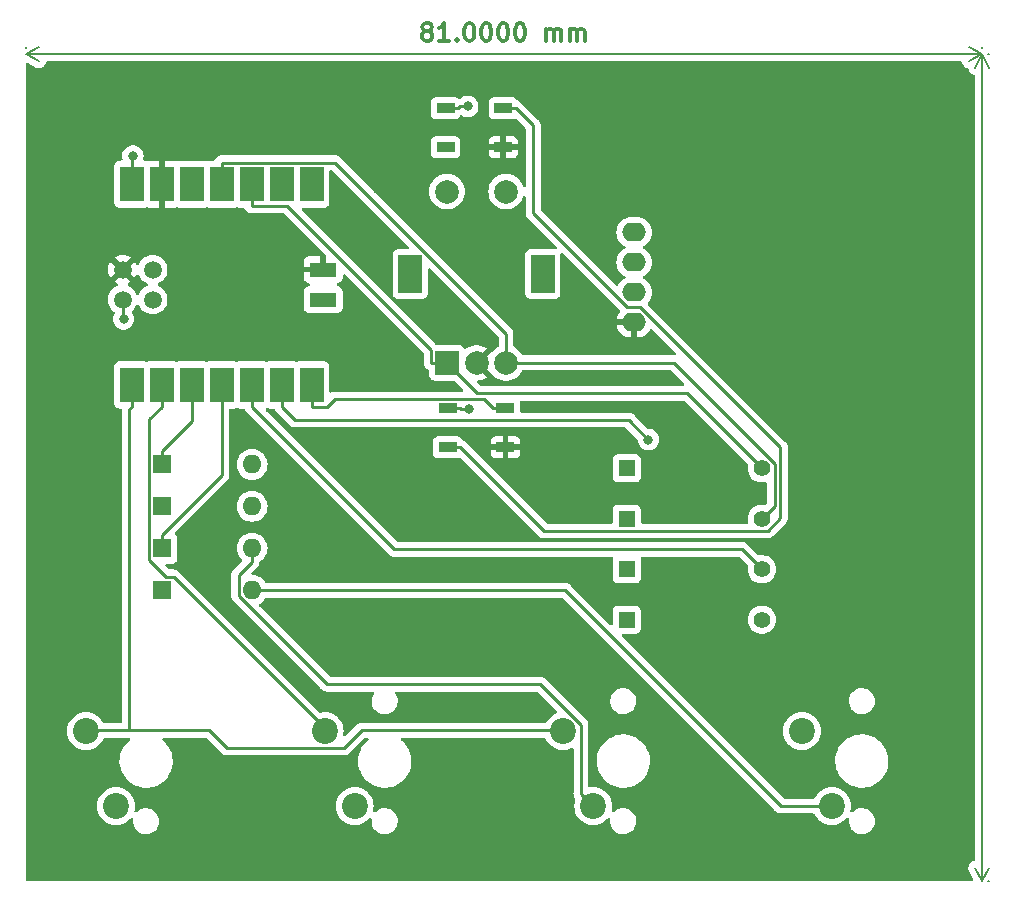
<source format=gbr>
%TF.GenerationSoftware,KiCad,Pcbnew,7.0.10*%
%TF.CreationDate,2024-10-20T20:49:14-04:00*%
%TF.ProjectId,Watch_Hackpad,57617463-685f-4486-9163-6b7061642e6b,rev?*%
%TF.SameCoordinates,Original*%
%TF.FileFunction,Copper,L1,Top*%
%TF.FilePolarity,Positive*%
%FSLAX46Y46*%
G04 Gerber Fmt 4.6, Leading zero omitted, Abs format (unit mm)*
G04 Created by KiCad (PCBNEW 7.0.10) date 2024-10-20 20:49:14*
%MOMM*%
%LPD*%
G01*
G04 APERTURE LIST*
%ADD10C,0.300000*%
%TA.AperFunction,NonConductor*%
%ADD11C,0.300000*%
%TD*%
%TA.AperFunction,NonConductor*%
%ADD12C,0.200000*%
%TD*%
%TA.AperFunction,SMDPad,CuDef*%
%ADD13R,1.500000X0.900000*%
%TD*%
%TA.AperFunction,SMDPad,CuDef*%
%ADD14R,2.000000X3.000000*%
%TD*%
%TA.AperFunction,SMDPad,CuDef*%
%ADD15C,1.500000*%
%TD*%
%TA.AperFunction,SMDPad,CuDef*%
%ADD16R,2.300000X1.300000*%
%TD*%
%TA.AperFunction,ComponentPad*%
%ADD17R,1.600000X1.600000*%
%TD*%
%TA.AperFunction,ComponentPad*%
%ADD18O,1.600000X1.600000*%
%TD*%
%TA.AperFunction,ComponentPad*%
%ADD19C,2.200000*%
%TD*%
%TA.AperFunction,ComponentPad*%
%ADD20O,2.000000X1.600000*%
%TD*%
%TA.AperFunction,ComponentPad*%
%ADD21R,2.000000X2.000000*%
%TD*%
%TA.AperFunction,ComponentPad*%
%ADD22C,2.000000*%
%TD*%
%TA.AperFunction,ComponentPad*%
%ADD23R,2.000000X3.200000*%
%TD*%
%TA.AperFunction,ComponentPad*%
%ADD24R,1.397000X1.397000*%
%TD*%
%TA.AperFunction,ComponentPad*%
%ADD25C,1.397000*%
%TD*%
%TA.AperFunction,ViaPad*%
%ADD26C,0.800000*%
%TD*%
%TA.AperFunction,Conductor*%
%ADD27C,0.250000*%
%TD*%
G04 APERTURE END LIST*
D10*
D11*
X187757144Y-32321185D02*
X187614287Y-32249757D01*
X187614287Y-32249757D02*
X187542858Y-32178328D01*
X187542858Y-32178328D02*
X187471430Y-32035471D01*
X187471430Y-32035471D02*
X187471430Y-31964042D01*
X187471430Y-31964042D02*
X187542858Y-31821185D01*
X187542858Y-31821185D02*
X187614287Y-31749757D01*
X187614287Y-31749757D02*
X187757144Y-31678328D01*
X187757144Y-31678328D02*
X188042858Y-31678328D01*
X188042858Y-31678328D02*
X188185716Y-31749757D01*
X188185716Y-31749757D02*
X188257144Y-31821185D01*
X188257144Y-31821185D02*
X188328573Y-31964042D01*
X188328573Y-31964042D02*
X188328573Y-32035471D01*
X188328573Y-32035471D02*
X188257144Y-32178328D01*
X188257144Y-32178328D02*
X188185716Y-32249757D01*
X188185716Y-32249757D02*
X188042858Y-32321185D01*
X188042858Y-32321185D02*
X187757144Y-32321185D01*
X187757144Y-32321185D02*
X187614287Y-32392614D01*
X187614287Y-32392614D02*
X187542858Y-32464042D01*
X187542858Y-32464042D02*
X187471430Y-32606900D01*
X187471430Y-32606900D02*
X187471430Y-32892614D01*
X187471430Y-32892614D02*
X187542858Y-33035471D01*
X187542858Y-33035471D02*
X187614287Y-33106900D01*
X187614287Y-33106900D02*
X187757144Y-33178328D01*
X187757144Y-33178328D02*
X188042858Y-33178328D01*
X188042858Y-33178328D02*
X188185716Y-33106900D01*
X188185716Y-33106900D02*
X188257144Y-33035471D01*
X188257144Y-33035471D02*
X188328573Y-32892614D01*
X188328573Y-32892614D02*
X188328573Y-32606900D01*
X188328573Y-32606900D02*
X188257144Y-32464042D01*
X188257144Y-32464042D02*
X188185716Y-32392614D01*
X188185716Y-32392614D02*
X188042858Y-32321185D01*
X189757144Y-33178328D02*
X188900001Y-33178328D01*
X189328572Y-33178328D02*
X189328572Y-31678328D01*
X189328572Y-31678328D02*
X189185715Y-31892614D01*
X189185715Y-31892614D02*
X189042858Y-32035471D01*
X189042858Y-32035471D02*
X188900001Y-32106900D01*
X190400000Y-33035471D02*
X190471429Y-33106900D01*
X190471429Y-33106900D02*
X190400000Y-33178328D01*
X190400000Y-33178328D02*
X190328572Y-33106900D01*
X190328572Y-33106900D02*
X190400000Y-33035471D01*
X190400000Y-33035471D02*
X190400000Y-33178328D01*
X191400001Y-31678328D02*
X191542858Y-31678328D01*
X191542858Y-31678328D02*
X191685715Y-31749757D01*
X191685715Y-31749757D02*
X191757144Y-31821185D01*
X191757144Y-31821185D02*
X191828572Y-31964042D01*
X191828572Y-31964042D02*
X191900001Y-32249757D01*
X191900001Y-32249757D02*
X191900001Y-32606900D01*
X191900001Y-32606900D02*
X191828572Y-32892614D01*
X191828572Y-32892614D02*
X191757144Y-33035471D01*
X191757144Y-33035471D02*
X191685715Y-33106900D01*
X191685715Y-33106900D02*
X191542858Y-33178328D01*
X191542858Y-33178328D02*
X191400001Y-33178328D01*
X191400001Y-33178328D02*
X191257144Y-33106900D01*
X191257144Y-33106900D02*
X191185715Y-33035471D01*
X191185715Y-33035471D02*
X191114286Y-32892614D01*
X191114286Y-32892614D02*
X191042858Y-32606900D01*
X191042858Y-32606900D02*
X191042858Y-32249757D01*
X191042858Y-32249757D02*
X191114286Y-31964042D01*
X191114286Y-31964042D02*
X191185715Y-31821185D01*
X191185715Y-31821185D02*
X191257144Y-31749757D01*
X191257144Y-31749757D02*
X191400001Y-31678328D01*
X192828572Y-31678328D02*
X192971429Y-31678328D01*
X192971429Y-31678328D02*
X193114286Y-31749757D01*
X193114286Y-31749757D02*
X193185715Y-31821185D01*
X193185715Y-31821185D02*
X193257143Y-31964042D01*
X193257143Y-31964042D02*
X193328572Y-32249757D01*
X193328572Y-32249757D02*
X193328572Y-32606900D01*
X193328572Y-32606900D02*
X193257143Y-32892614D01*
X193257143Y-32892614D02*
X193185715Y-33035471D01*
X193185715Y-33035471D02*
X193114286Y-33106900D01*
X193114286Y-33106900D02*
X192971429Y-33178328D01*
X192971429Y-33178328D02*
X192828572Y-33178328D01*
X192828572Y-33178328D02*
X192685715Y-33106900D01*
X192685715Y-33106900D02*
X192614286Y-33035471D01*
X192614286Y-33035471D02*
X192542857Y-32892614D01*
X192542857Y-32892614D02*
X192471429Y-32606900D01*
X192471429Y-32606900D02*
X192471429Y-32249757D01*
X192471429Y-32249757D02*
X192542857Y-31964042D01*
X192542857Y-31964042D02*
X192614286Y-31821185D01*
X192614286Y-31821185D02*
X192685715Y-31749757D01*
X192685715Y-31749757D02*
X192828572Y-31678328D01*
X194257143Y-31678328D02*
X194400000Y-31678328D01*
X194400000Y-31678328D02*
X194542857Y-31749757D01*
X194542857Y-31749757D02*
X194614286Y-31821185D01*
X194614286Y-31821185D02*
X194685714Y-31964042D01*
X194685714Y-31964042D02*
X194757143Y-32249757D01*
X194757143Y-32249757D02*
X194757143Y-32606900D01*
X194757143Y-32606900D02*
X194685714Y-32892614D01*
X194685714Y-32892614D02*
X194614286Y-33035471D01*
X194614286Y-33035471D02*
X194542857Y-33106900D01*
X194542857Y-33106900D02*
X194400000Y-33178328D01*
X194400000Y-33178328D02*
X194257143Y-33178328D01*
X194257143Y-33178328D02*
X194114286Y-33106900D01*
X194114286Y-33106900D02*
X194042857Y-33035471D01*
X194042857Y-33035471D02*
X193971428Y-32892614D01*
X193971428Y-32892614D02*
X193900000Y-32606900D01*
X193900000Y-32606900D02*
X193900000Y-32249757D01*
X193900000Y-32249757D02*
X193971428Y-31964042D01*
X193971428Y-31964042D02*
X194042857Y-31821185D01*
X194042857Y-31821185D02*
X194114286Y-31749757D01*
X194114286Y-31749757D02*
X194257143Y-31678328D01*
X195685714Y-31678328D02*
X195828571Y-31678328D01*
X195828571Y-31678328D02*
X195971428Y-31749757D01*
X195971428Y-31749757D02*
X196042857Y-31821185D01*
X196042857Y-31821185D02*
X196114285Y-31964042D01*
X196114285Y-31964042D02*
X196185714Y-32249757D01*
X196185714Y-32249757D02*
X196185714Y-32606900D01*
X196185714Y-32606900D02*
X196114285Y-32892614D01*
X196114285Y-32892614D02*
X196042857Y-33035471D01*
X196042857Y-33035471D02*
X195971428Y-33106900D01*
X195971428Y-33106900D02*
X195828571Y-33178328D01*
X195828571Y-33178328D02*
X195685714Y-33178328D01*
X195685714Y-33178328D02*
X195542857Y-33106900D01*
X195542857Y-33106900D02*
X195471428Y-33035471D01*
X195471428Y-33035471D02*
X195399999Y-32892614D01*
X195399999Y-32892614D02*
X195328571Y-32606900D01*
X195328571Y-32606900D02*
X195328571Y-32249757D01*
X195328571Y-32249757D02*
X195399999Y-31964042D01*
X195399999Y-31964042D02*
X195471428Y-31821185D01*
X195471428Y-31821185D02*
X195542857Y-31749757D01*
X195542857Y-31749757D02*
X195685714Y-31678328D01*
X197971427Y-33178328D02*
X197971427Y-32178328D01*
X197971427Y-32321185D02*
X198042856Y-32249757D01*
X198042856Y-32249757D02*
X198185713Y-32178328D01*
X198185713Y-32178328D02*
X198399999Y-32178328D01*
X198399999Y-32178328D02*
X198542856Y-32249757D01*
X198542856Y-32249757D02*
X198614285Y-32392614D01*
X198614285Y-32392614D02*
X198614285Y-33178328D01*
X198614285Y-32392614D02*
X198685713Y-32249757D01*
X198685713Y-32249757D02*
X198828570Y-32178328D01*
X198828570Y-32178328D02*
X199042856Y-32178328D01*
X199042856Y-32178328D02*
X199185713Y-32249757D01*
X199185713Y-32249757D02*
X199257142Y-32392614D01*
X199257142Y-32392614D02*
X199257142Y-33178328D01*
X199971427Y-33178328D02*
X199971427Y-32178328D01*
X199971427Y-32321185D02*
X200042856Y-32249757D01*
X200042856Y-32249757D02*
X200185713Y-32178328D01*
X200185713Y-32178328D02*
X200399999Y-32178328D01*
X200399999Y-32178328D02*
X200542856Y-32249757D01*
X200542856Y-32249757D02*
X200614285Y-32392614D01*
X200614285Y-32392614D02*
X200614285Y-33178328D01*
X200614285Y-32392614D02*
X200685713Y-32249757D01*
X200685713Y-32249757D02*
X200828570Y-32178328D01*
X200828570Y-32178328D02*
X201042856Y-32178328D01*
X201042856Y-32178328D02*
X201185713Y-32249757D01*
X201185713Y-32249757D02*
X201257142Y-32392614D01*
X201257142Y-32392614D02*
X201257142Y-33178328D01*
D12*
X153900000Y-33800000D02*
X153900000Y-33713580D01*
X234900000Y-33800000D02*
X234900000Y-33713580D01*
X153900000Y-34300000D02*
X234900000Y-34300000D01*
X153900000Y-34300000D02*
X234900000Y-34300000D01*
X153900000Y-34300000D02*
X155026504Y-33713579D01*
X153900000Y-34300000D02*
X155026504Y-34886421D01*
X234900000Y-34300000D02*
X233773496Y-34886421D01*
X234900000Y-34300000D02*
X233773496Y-33713579D01*
D10*
D11*
X232278328Y-76299998D02*
X232278328Y-75299998D01*
X232278328Y-75299998D02*
X233778328Y-75942855D01*
X232278328Y-74442855D02*
X232278328Y-74299998D01*
X232278328Y-74299998D02*
X232349757Y-74157141D01*
X232349757Y-74157141D02*
X232421185Y-74085713D01*
X232421185Y-74085713D02*
X232564042Y-74014284D01*
X232564042Y-74014284D02*
X232849757Y-73942855D01*
X232849757Y-73942855D02*
X233206900Y-73942855D01*
X233206900Y-73942855D02*
X233492614Y-74014284D01*
X233492614Y-74014284D02*
X233635471Y-74085713D01*
X233635471Y-74085713D02*
X233706900Y-74157141D01*
X233706900Y-74157141D02*
X233778328Y-74299998D01*
X233778328Y-74299998D02*
X233778328Y-74442855D01*
X233778328Y-74442855D02*
X233706900Y-74585713D01*
X233706900Y-74585713D02*
X233635471Y-74657141D01*
X233635471Y-74657141D02*
X233492614Y-74728570D01*
X233492614Y-74728570D02*
X233206900Y-74799998D01*
X233206900Y-74799998D02*
X232849757Y-74799998D01*
X232849757Y-74799998D02*
X232564042Y-74728570D01*
X232564042Y-74728570D02*
X232421185Y-74657141D01*
X232421185Y-74657141D02*
X232349757Y-74585713D01*
X232349757Y-74585713D02*
X232278328Y-74442855D01*
X233635471Y-73299999D02*
X233706900Y-73228570D01*
X233706900Y-73228570D02*
X233778328Y-73299999D01*
X233778328Y-73299999D02*
X233706900Y-73371427D01*
X233706900Y-73371427D02*
X233635471Y-73299999D01*
X233635471Y-73299999D02*
X233778328Y-73299999D01*
X232278328Y-72299998D02*
X232278328Y-72157141D01*
X232278328Y-72157141D02*
X232349757Y-72014284D01*
X232349757Y-72014284D02*
X232421185Y-71942856D01*
X232421185Y-71942856D02*
X232564042Y-71871427D01*
X232564042Y-71871427D02*
X232849757Y-71799998D01*
X232849757Y-71799998D02*
X233206900Y-71799998D01*
X233206900Y-71799998D02*
X233492614Y-71871427D01*
X233492614Y-71871427D02*
X233635471Y-71942856D01*
X233635471Y-71942856D02*
X233706900Y-72014284D01*
X233706900Y-72014284D02*
X233778328Y-72157141D01*
X233778328Y-72157141D02*
X233778328Y-72299998D01*
X233778328Y-72299998D02*
X233706900Y-72442856D01*
X233706900Y-72442856D02*
X233635471Y-72514284D01*
X233635471Y-72514284D02*
X233492614Y-72585713D01*
X233492614Y-72585713D02*
X233206900Y-72657141D01*
X233206900Y-72657141D02*
X232849757Y-72657141D01*
X232849757Y-72657141D02*
X232564042Y-72585713D01*
X232564042Y-72585713D02*
X232421185Y-72514284D01*
X232421185Y-72514284D02*
X232349757Y-72442856D01*
X232349757Y-72442856D02*
X232278328Y-72299998D01*
X232278328Y-70871427D02*
X232278328Y-70728570D01*
X232278328Y-70728570D02*
X232349757Y-70585713D01*
X232349757Y-70585713D02*
X232421185Y-70514285D01*
X232421185Y-70514285D02*
X232564042Y-70442856D01*
X232564042Y-70442856D02*
X232849757Y-70371427D01*
X232849757Y-70371427D02*
X233206900Y-70371427D01*
X233206900Y-70371427D02*
X233492614Y-70442856D01*
X233492614Y-70442856D02*
X233635471Y-70514285D01*
X233635471Y-70514285D02*
X233706900Y-70585713D01*
X233706900Y-70585713D02*
X233778328Y-70728570D01*
X233778328Y-70728570D02*
X233778328Y-70871427D01*
X233778328Y-70871427D02*
X233706900Y-71014285D01*
X233706900Y-71014285D02*
X233635471Y-71085713D01*
X233635471Y-71085713D02*
X233492614Y-71157142D01*
X233492614Y-71157142D02*
X233206900Y-71228570D01*
X233206900Y-71228570D02*
X232849757Y-71228570D01*
X232849757Y-71228570D02*
X232564042Y-71157142D01*
X232564042Y-71157142D02*
X232421185Y-71085713D01*
X232421185Y-71085713D02*
X232349757Y-71014285D01*
X232349757Y-71014285D02*
X232278328Y-70871427D01*
X232278328Y-69442856D02*
X232278328Y-69299999D01*
X232278328Y-69299999D02*
X232349757Y-69157142D01*
X232349757Y-69157142D02*
X232421185Y-69085714D01*
X232421185Y-69085714D02*
X232564042Y-69014285D01*
X232564042Y-69014285D02*
X232849757Y-68942856D01*
X232849757Y-68942856D02*
X233206900Y-68942856D01*
X233206900Y-68942856D02*
X233492614Y-69014285D01*
X233492614Y-69014285D02*
X233635471Y-69085714D01*
X233635471Y-69085714D02*
X233706900Y-69157142D01*
X233706900Y-69157142D02*
X233778328Y-69299999D01*
X233778328Y-69299999D02*
X233778328Y-69442856D01*
X233778328Y-69442856D02*
X233706900Y-69585714D01*
X233706900Y-69585714D02*
X233635471Y-69657142D01*
X233635471Y-69657142D02*
X233492614Y-69728571D01*
X233492614Y-69728571D02*
X233206900Y-69799999D01*
X233206900Y-69799999D02*
X232849757Y-69799999D01*
X232849757Y-69799999D02*
X232564042Y-69728571D01*
X232564042Y-69728571D02*
X232421185Y-69657142D01*
X232421185Y-69657142D02*
X232349757Y-69585714D01*
X232349757Y-69585714D02*
X232278328Y-69442856D01*
X232278328Y-68014285D02*
X232278328Y-67871428D01*
X232278328Y-67871428D02*
X232349757Y-67728571D01*
X232349757Y-67728571D02*
X232421185Y-67657143D01*
X232421185Y-67657143D02*
X232564042Y-67585714D01*
X232564042Y-67585714D02*
X232849757Y-67514285D01*
X232849757Y-67514285D02*
X233206900Y-67514285D01*
X233206900Y-67514285D02*
X233492614Y-67585714D01*
X233492614Y-67585714D02*
X233635471Y-67657143D01*
X233635471Y-67657143D02*
X233706900Y-67728571D01*
X233706900Y-67728571D02*
X233778328Y-67871428D01*
X233778328Y-67871428D02*
X233778328Y-68014285D01*
X233778328Y-68014285D02*
X233706900Y-68157143D01*
X233706900Y-68157143D02*
X233635471Y-68228571D01*
X233635471Y-68228571D02*
X233492614Y-68300000D01*
X233492614Y-68300000D02*
X233206900Y-68371428D01*
X233206900Y-68371428D02*
X232849757Y-68371428D01*
X232849757Y-68371428D02*
X232564042Y-68300000D01*
X232564042Y-68300000D02*
X232421185Y-68228571D01*
X232421185Y-68228571D02*
X232349757Y-68157143D01*
X232349757Y-68157143D02*
X232278328Y-68014285D01*
X233778328Y-65728572D02*
X232778328Y-65728572D01*
X232921185Y-65728572D02*
X232849757Y-65657143D01*
X232849757Y-65657143D02*
X232778328Y-65514286D01*
X232778328Y-65514286D02*
X232778328Y-65300000D01*
X232778328Y-65300000D02*
X232849757Y-65157143D01*
X232849757Y-65157143D02*
X232992614Y-65085715D01*
X232992614Y-65085715D02*
X233778328Y-65085715D01*
X232992614Y-65085715D02*
X232849757Y-65014286D01*
X232849757Y-65014286D02*
X232778328Y-64871429D01*
X232778328Y-64871429D02*
X232778328Y-64657143D01*
X232778328Y-64657143D02*
X232849757Y-64514286D01*
X232849757Y-64514286D02*
X232992614Y-64442857D01*
X232992614Y-64442857D02*
X233778328Y-64442857D01*
X233778328Y-63728572D02*
X232778328Y-63728572D01*
X232921185Y-63728572D02*
X232849757Y-63657143D01*
X232849757Y-63657143D02*
X232778328Y-63514286D01*
X232778328Y-63514286D02*
X232778328Y-63300000D01*
X232778328Y-63300000D02*
X232849757Y-63157143D01*
X232849757Y-63157143D02*
X232992614Y-63085715D01*
X232992614Y-63085715D02*
X233778328Y-63085715D01*
X232992614Y-63085715D02*
X232849757Y-63014286D01*
X232849757Y-63014286D02*
X232778328Y-62871429D01*
X232778328Y-62871429D02*
X232778328Y-62657143D01*
X232778328Y-62657143D02*
X232849757Y-62514286D01*
X232849757Y-62514286D02*
X232992614Y-62442857D01*
X232992614Y-62442857D02*
X233778328Y-62442857D01*
D12*
X235400000Y-34300000D02*
X235486420Y-34300000D01*
X235400000Y-104300000D02*
X235486420Y-104300000D01*
X234900000Y-34300000D02*
X234900000Y-104300000D01*
X234900000Y-34300000D02*
X234900000Y-104300000D01*
X234900000Y-34300000D02*
X235486421Y-35426504D01*
X234900000Y-34300000D02*
X234313579Y-35426504D01*
X234900000Y-104300000D02*
X234313579Y-103173496D01*
X234900000Y-104300000D02*
X235486421Y-103173496D01*
D13*
%TO.P,D1,1,VDD*%
%TO.N,+5V*%
X189625000Y-64275000D03*
%TO.P,D1,2,DOUT*%
%TO.N,Net-(D1-DOUT)*%
X189625000Y-67575000D03*
%TO.P,D1,3,VSS*%
%TO.N,GND*%
X194525000Y-67575000D03*
%TO.P,D1,4,DIN*%
%TO.N,NEO_DIN*%
X194525000Y-64275000D03*
%TD*%
D14*
%TO.P,U1,1,PA02_A0_D0*%
%TO.N,COL0*%
X162880000Y-62300000D03*
%TO.P,U1,2,PA4_A1_D1*%
%TO.N,COL1*%
X165420000Y-62300000D03*
%TO.P,U1,3,PA10_A2_D2*%
%TO.N,ROW0*%
X167960000Y-62300000D03*
%TO.P,U1,4,PA11_A3_D3*%
%TO.N,ROW1*%
X170500000Y-62300000D03*
%TO.P,U1,5,PA8_A4_D4_SDA*%
%TO.N,SDA*%
X173040000Y-62300000D03*
%TO.P,U1,6,PA9_A5_D5_SCL*%
%TO.N,SCL*%
X175580000Y-62300000D03*
%TO.P,U1,7,PB08_A6_D6_TX*%
%TO.N,NEO_DIN*%
X178120000Y-62300000D03*
%TO.P,U1,8,PB09_A7_D7_RX*%
%TO.N,unconnected-(U1-PB09_A7_D7_RX-Pad8)*%
X178120000Y-45300000D03*
%TO.P,U1,9,PA7_A8_D8_SCK*%
%TO.N,unconnected-(U1-PA7_A8_D8_SCK-Pad9)*%
X175580000Y-45300000D03*
%TO.P,U1,10,PA5_A9_D9_MISO*%
%TO.N,ENC_A*%
X173040000Y-45300000D03*
%TO.P,U1,11,PA6_A10_D10_MOSI*%
%TO.N,ENC_B*%
X170500000Y-45300000D03*
%TO.P,U1,12,3V3*%
%TO.N,+3V3*%
X167960000Y-45300000D03*
%TO.P,U1,13,GND*%
%TO.N,GND*%
X165420000Y-45300000D03*
%TO.P,U1,14,5V*%
%TO.N,+5V*%
X162880000Y-45300000D03*
D15*
%TO.P,U1,15,5V*%
X162110000Y-55070000D03*
%TO.P,U1,16,GND*%
%TO.N,GND*%
X162110000Y-52530000D03*
%TO.P,U1,17,PA31_SWDIO*%
%TO.N,unconnected-(U1-PA31_SWDIO-Pad17)*%
X164650000Y-55070000D03*
%TO.P,U1,18,PA30_SWCLK*%
%TO.N,unconnected-(U1-PA30_SWCLK-Pad18)*%
X164650000Y-52530000D03*
D16*
%TO.P,U1,19,RESET*%
%TO.N,unconnected-(U1-RESET-Pad19)*%
X179100000Y-55070000D03*
%TO.P,U1,20,GND*%
%TO.N,GND*%
X179100000Y-52530000D03*
%TD*%
D17*
%TO.P,D6,1,K*%
%TO.N,ROW1*%
X165455000Y-79675000D03*
D18*
%TO.P,D6,2,A*%
%TO.N,Net-(D6-A)*%
X173075000Y-79675000D03*
%TD*%
D17*
%TO.P,D3,1,K*%
%TO.N,ROW0*%
X165455000Y-69025000D03*
D18*
%TO.P,D3,2,A*%
%TO.N,Net-(D3-A)*%
X173075000Y-69025000D03*
%TD*%
D19*
%TO.P,SW2,1,1*%
%TO.N,COL0*%
X159020000Y-91605000D03*
%TO.P,SW2,2,2*%
%TO.N,Net-(D3-A)*%
X161560000Y-97955000D03*
%TD*%
D20*
%TO.P,Brd1,1,GND*%
%TO.N,GND*%
X205425000Y-56995000D03*
%TO.P,Brd1,2,VCC*%
%TO.N,+5V*%
X205425000Y-54455000D03*
%TO.P,Brd1,3,SCL*%
%TO.N,SCL*%
X205425000Y-51915000D03*
%TO.P,Brd1,4,SDA*%
%TO.N,SDA*%
X205425000Y-49375000D03*
%TD*%
D17*
%TO.P,D4,1,K*%
%TO.N,ROW0*%
X165455000Y-72575000D03*
D18*
%TO.P,D4,2,A*%
%TO.N,Net-(D4-A)*%
X173075000Y-72575000D03*
%TD*%
D17*
%TO.P,D5,1,K*%
%TO.N,ROW1*%
X165455000Y-76125000D03*
D18*
%TO.P,D5,2,A*%
%TO.N,Net-(D5-A)*%
X173075000Y-76125000D03*
%TD*%
D21*
%TO.P,SW5,A,A*%
%TO.N,ENC_A*%
X189575000Y-60425000D03*
D22*
%TO.P,SW5,B,B*%
%TO.N,ENC_B*%
X194575000Y-60425000D03*
%TO.P,SW5,C,C*%
%TO.N,GND*%
X192075000Y-60425000D03*
D23*
%TO.P,SW5,MP*%
%TO.N,N/C*%
X186475000Y-52925000D03*
X197675000Y-52925000D03*
D22*
%TO.P,SW5,S1*%
X194575000Y-45925000D03*
%TO.P,SW5,S2*%
X189575000Y-45925000D03*
%TD*%
D19*
%TO.P,SW6,1,1*%
%TO.N,COL1*%
X219620000Y-91605000D03*
%TO.P,SW6,2,2*%
%TO.N,Net-(D6-A)*%
X222160000Y-97955000D03*
%TD*%
D24*
%TO.P,R7,1*%
%TO.N,+5V*%
X204810000Y-77900000D03*
D25*
%TO.P,R7,2*%
%TO.N,SDA*%
X216240000Y-77900000D03*
%TD*%
D24*
%TO.P,R8,1*%
%TO.N,+5V*%
X204810000Y-82176600D03*
D25*
%TO.P,R8,2*%
%TO.N,SCL*%
X216240000Y-82176600D03*
%TD*%
D24*
%TO.P,R5,1*%
%TO.N,+5V*%
X204810000Y-69346800D03*
D25*
%TO.P,R5,2*%
%TO.N,ENC_A*%
X216240000Y-69346800D03*
%TD*%
D24*
%TO.P,R6,1*%
%TO.N,+5V*%
X204810000Y-73623400D03*
D25*
%TO.P,R6,2*%
%TO.N,ENC_B*%
X216240000Y-73623400D03*
%TD*%
D13*
%TO.P,D2,1,VDD*%
%TO.N,+5V*%
X189450000Y-38875000D03*
%TO.P,D2,2,DOUT*%
%TO.N,unconnected-(D2-DOUT-Pad2)*%
X189450000Y-42175000D03*
%TO.P,D2,3,VSS*%
%TO.N,GND*%
X194350000Y-42175000D03*
%TO.P,D2,4,DIN*%
%TO.N,Net-(D1-DOUT)*%
X194350000Y-38875000D03*
%TD*%
D19*
%TO.P,SW4,1,1*%
%TO.N,COL0*%
X199420000Y-91605000D03*
%TO.P,SW4,2,2*%
%TO.N,Net-(D5-A)*%
X201960000Y-97955000D03*
%TD*%
%TO.P,SW3,1,1*%
%TO.N,COL1*%
X179220000Y-91605000D03*
%TO.P,SW3,2,2*%
%TO.N,Net-(D4-A)*%
X181760000Y-97955000D03*
%TD*%
D26*
%TO.N,SCL*%
X206626300Y-66934200D03*
%TO.N,GND*%
X183200000Y-67500000D03*
X183133114Y-60658687D03*
X188500000Y-56500000D03*
%TO.N,+5V*%
X191421000Y-64356800D03*
X191333500Y-38712500D03*
X162196700Y-56710000D03*
X162976700Y-42900000D03*
%TD*%
D27*
%TO.N,SCL*%
X176726600Y-65273500D02*
X204965600Y-65273500D01*
X175580000Y-62300000D02*
X175580000Y-64126900D01*
X175580000Y-64126900D02*
X176726600Y-65273500D01*
X204965600Y-65273500D02*
X206626300Y-66934200D01*
%TO.N,SDA*%
X185126700Y-76213600D02*
X214553600Y-76213600D01*
X173040000Y-62300000D02*
X173040000Y-64126900D01*
X214553600Y-76213600D02*
X216240000Y-77900000D01*
X173040000Y-64126900D02*
X185126700Y-76213600D01*
%TO.N,Net-(D1-DOUT)*%
X189625000Y-67575000D02*
X190701900Y-67575000D01*
X197786200Y-74659300D02*
X216719200Y-74659300D01*
X217806000Y-73572500D02*
X217806000Y-67580500D01*
X190701900Y-67575000D02*
X197786200Y-74659300D01*
X204845000Y-55725000D02*
X196874600Y-47754600D01*
X217806000Y-67580500D02*
X205950500Y-55725000D01*
X194350000Y-38875000D02*
X195426900Y-38875000D01*
X205950500Y-55725000D02*
X204845000Y-55725000D01*
X196874600Y-40322700D02*
X195426900Y-38875000D01*
X196874600Y-47754600D02*
X196874600Y-40322700D01*
X216719200Y-74659300D02*
X217806000Y-73572500D01*
%TO.N,NEO_DIN*%
X194525000Y-64275000D02*
X193448100Y-64275000D01*
X178120000Y-62300000D02*
X178120000Y-64126900D01*
X193448100Y-64275000D02*
X192671200Y-63498100D01*
X180075700Y-63498100D02*
X179446900Y-64126900D01*
X179446900Y-64126900D02*
X178120000Y-64126900D01*
X192671200Y-63498100D02*
X180075700Y-63498100D01*
%TO.N,+5V*%
X190689400Y-38712500D02*
X190526900Y-38875000D01*
X189450000Y-38875000D02*
X190526900Y-38875000D01*
X189625000Y-64275000D02*
X190701900Y-64275000D01*
X162976700Y-42900000D02*
X162880000Y-42996700D01*
X191421000Y-64356800D02*
X190783700Y-64356800D01*
X162196700Y-56710000D02*
X162110000Y-56623300D01*
X191333500Y-38712500D02*
X190689400Y-38712500D01*
X162880000Y-42996700D02*
X162880000Y-45300000D01*
X162110000Y-56623300D02*
X162110000Y-55070000D01*
X190783700Y-64356800D02*
X190701900Y-64275000D01*
%TO.N,ENC_A*%
X173040000Y-45300000D02*
X173040000Y-47126900D01*
X192150000Y-63000000D02*
X189575000Y-60425000D01*
X176028100Y-47126900D02*
X188248100Y-59346900D01*
X188248100Y-59346900D02*
X188248100Y-60425000D01*
X173040000Y-47126900D02*
X176028100Y-47126900D01*
X189575000Y-60425000D02*
X188248100Y-60425000D01*
X216240000Y-69346800D02*
X209893200Y-63000000D01*
X209893200Y-63000000D02*
X192150000Y-63000000D01*
%TO.N,ENC_B*%
X170500000Y-43473100D02*
X180091700Y-43473100D01*
X194575000Y-57956400D02*
X194575000Y-60425000D01*
X170500000Y-45300000D02*
X170500000Y-43473100D01*
X216240000Y-73623400D02*
X217309000Y-72554400D01*
X208774200Y-60425000D02*
X194575000Y-60425000D01*
X217309000Y-68959800D02*
X208774200Y-60425000D01*
X217309000Y-72554400D02*
X217309000Y-68959800D01*
X180091700Y-43473100D02*
X194575000Y-57956400D01*
%TO.N,ROW0*%
X167960000Y-65393100D02*
X167960000Y-62300000D01*
X165455000Y-67898100D02*
X167960000Y-65393100D01*
X165455000Y-69025000D02*
X165455000Y-67898100D01*
%TO.N,ROW1*%
X165455000Y-76125000D02*
X165455000Y-74998100D01*
X170500000Y-69953100D02*
X170500000Y-62300000D01*
X165455000Y-74998100D02*
X170500000Y-69953100D01*
%TO.N,Net-(D5-A)*%
X197491700Y-87638100D02*
X200913500Y-91059900D01*
X200913500Y-91059900D02*
X200913500Y-96908500D01*
X179419600Y-87638100D02*
X197491700Y-87638100D01*
X200913500Y-96908500D02*
X201960000Y-97955000D01*
X171922700Y-78404200D02*
X171922700Y-80141200D01*
X173075000Y-76125000D02*
X173075000Y-77251900D01*
X173075000Y-77251900D02*
X171922700Y-78404200D01*
X171922700Y-80141200D02*
X179419600Y-87638100D01*
%TO.N,Net-(D6-A)*%
X173075000Y-79675000D02*
X199585300Y-79675000D01*
X199585300Y-79675000D02*
X217865300Y-97955000D01*
X217865300Y-97955000D02*
X222160000Y-97955000D01*
%TO.N,COL0*%
X169430100Y-91535600D02*
X162672700Y-91535600D01*
X162672700Y-91535600D02*
X162672700Y-64334200D01*
X159089400Y-91535600D02*
X159020000Y-91605000D01*
X162672700Y-91535600D02*
X159089400Y-91535600D01*
X199420000Y-91605000D02*
X199359100Y-91544100D01*
X162672700Y-64334200D02*
X162880000Y-64126900D01*
X180860900Y-93048900D02*
X170943400Y-93048900D01*
X162880000Y-62300000D02*
X162880000Y-64126900D01*
X199359100Y-91544100D02*
X182365700Y-91544100D01*
X182365700Y-91544100D02*
X180860900Y-93048900D01*
X170943400Y-93048900D02*
X169430100Y-91535600D01*
%TO.N,COL1*%
X165420000Y-62300000D02*
X165420000Y-64126900D01*
X166419500Y-78548100D02*
X165785300Y-78548100D01*
X164328100Y-77090900D02*
X164328100Y-65218800D01*
X179220000Y-91605000D02*
X179220000Y-91348600D01*
X179220000Y-91348600D02*
X166419500Y-78548100D01*
X164328100Y-65218800D02*
X165420000Y-64126900D01*
X165785300Y-78548100D02*
X164328100Y-77090900D01*
%TD*%
%TA.AperFunction,Conductor*%
%TO.N,GND*%
G36*
X193307625Y-61304073D02*
G01*
X193341111Y-61310244D01*
X193382122Y-61346949D01*
X193383683Y-61345735D01*
X193386830Y-61349779D01*
X193386836Y-61349785D01*
X193555256Y-61532738D01*
X193751491Y-61685474D01*
X193751493Y-61685475D01*
X193969332Y-61803364D01*
X193970190Y-61803828D01*
X194159426Y-61868793D01*
X194203964Y-61884083D01*
X194205386Y-61884571D01*
X194450665Y-61925500D01*
X194699335Y-61925500D01*
X194944614Y-61884571D01*
X195179810Y-61803828D01*
X195398509Y-61685474D01*
X195594744Y-61532738D01*
X195763164Y-61349785D01*
X195899173Y-61141607D01*
X195899175Y-61141603D01*
X195906595Y-61124689D01*
X195951551Y-61071203D01*
X196018287Y-61050514D01*
X196020150Y-61050500D01*
X208463748Y-61050500D01*
X208530787Y-61070185D01*
X208551429Y-61086819D01*
X209627429Y-62162819D01*
X209660914Y-62224142D01*
X209655930Y-62293834D01*
X209614058Y-62349767D01*
X209548594Y-62374184D01*
X209539748Y-62374500D01*
X192460452Y-62374500D01*
X192393413Y-62354815D01*
X192372771Y-62338181D01*
X192164208Y-62129618D01*
X192130723Y-62068295D01*
X192135707Y-61998603D01*
X192177579Y-61942670D01*
X192231480Y-61919628D01*
X192444492Y-61884083D01*
X192679603Y-61803369D01*
X192679614Y-61803364D01*
X192898228Y-61685057D01*
X192898231Y-61685055D01*
X192945056Y-61648609D01*
X192207533Y-60911086D01*
X192217315Y-60909680D01*
X192348100Y-60849952D01*
X192456761Y-60755798D01*
X192534493Y-60634844D01*
X192558076Y-60554524D01*
X193307625Y-61304073D01*
G37*
%TD.AperFunction*%
%TA.AperFunction,Conductor*%
G36*
X179848287Y-44118285D02*
G01*
X179868929Y-44134919D01*
X186346828Y-50612819D01*
X186380313Y-50674142D01*
X186375329Y-50743834D01*
X186333457Y-50799767D01*
X186267993Y-50824184D01*
X186259147Y-50824500D01*
X185427129Y-50824500D01*
X185427123Y-50824501D01*
X185367516Y-50830908D01*
X185232671Y-50881202D01*
X185232664Y-50881206D01*
X185117455Y-50967452D01*
X185117452Y-50967455D01*
X185031206Y-51082664D01*
X185031202Y-51082671D01*
X184980908Y-51217517D01*
X184974501Y-51277116D01*
X184974500Y-51277135D01*
X184974500Y-54572870D01*
X184974501Y-54572876D01*
X184980908Y-54632483D01*
X185031202Y-54767328D01*
X185031206Y-54767335D01*
X185117452Y-54882544D01*
X185117455Y-54882547D01*
X185232664Y-54968793D01*
X185232671Y-54968797D01*
X185367517Y-55019091D01*
X185367516Y-55019091D01*
X185374444Y-55019835D01*
X185427127Y-55025500D01*
X187522872Y-55025499D01*
X187582483Y-55019091D01*
X187717331Y-54968796D01*
X187832546Y-54882546D01*
X187918796Y-54767331D01*
X187969091Y-54632483D01*
X187975500Y-54572873D01*
X187975499Y-52540850D01*
X187995184Y-52473812D01*
X188047987Y-52428057D01*
X188117146Y-52418113D01*
X188180702Y-52447138D01*
X188187180Y-52453170D01*
X193913181Y-58179171D01*
X193946666Y-58240494D01*
X193949500Y-58266852D01*
X193949500Y-58983479D01*
X193929815Y-59050518D01*
X193884519Y-59092533D01*
X193751496Y-59164522D01*
X193751494Y-59164523D01*
X193555257Y-59317261D01*
X193386837Y-59500213D01*
X193383690Y-59504258D01*
X193381973Y-59502922D01*
X193335771Y-59542294D01*
X193306596Y-59546954D01*
X192558076Y-60295475D01*
X192534493Y-60215156D01*
X192456761Y-60094202D01*
X192348100Y-60000048D01*
X192217315Y-59940320D01*
X192207533Y-59938913D01*
X192945057Y-59201389D01*
X192898229Y-59164943D01*
X192679614Y-59046635D01*
X192679603Y-59046630D01*
X192444493Y-58965916D01*
X192199293Y-58925000D01*
X191950707Y-58925000D01*
X191705506Y-58965916D01*
X191470396Y-59046630D01*
X191470385Y-59046635D01*
X191251768Y-59164944D01*
X191251757Y-59164951D01*
X191195890Y-59208435D01*
X191130896Y-59234078D01*
X191062356Y-59220512D01*
X191020462Y-59184893D01*
X190932547Y-59067455D01*
X190932544Y-59067452D01*
X190817335Y-58981206D01*
X190817328Y-58981202D01*
X190682482Y-58930908D01*
X190682483Y-58930908D01*
X190622883Y-58924501D01*
X190622881Y-58924500D01*
X190622873Y-58924500D01*
X190622865Y-58924500D01*
X188763441Y-58924500D01*
X188696402Y-58904815D01*
X188684408Y-58896049D01*
X188674032Y-58887465D01*
X188665400Y-58879610D01*
X177297971Y-47512180D01*
X177264486Y-47450857D01*
X177269470Y-47381165D01*
X177311342Y-47325232D01*
X177376806Y-47300815D01*
X177385652Y-47300499D01*
X179167871Y-47300499D01*
X179167872Y-47300499D01*
X179227483Y-47294091D01*
X179362331Y-47243796D01*
X179477546Y-47157546D01*
X179563796Y-47042331D01*
X179614091Y-46907483D01*
X179620500Y-46847873D01*
X179620499Y-44222599D01*
X179640184Y-44155561D01*
X179692987Y-44109806D01*
X179744499Y-44098600D01*
X179781248Y-44098600D01*
X179848287Y-44118285D01*
G37*
%TD.AperFunction*%
%TA.AperFunction,Conductor*%
G36*
X233125347Y-34920185D02*
G01*
X233171102Y-34972989D01*
X233181836Y-35013690D01*
X233182171Y-35017515D01*
X233236250Y-35166094D01*
X233236251Y-35166096D01*
X233236251Y-35166097D01*
X233319342Y-35284764D01*
X233326940Y-35295614D01*
X233326941Y-35295615D01*
X233326943Y-35295617D01*
X233448058Y-35397244D01*
X233448063Y-35397248D01*
X233554088Y-35446688D01*
X233591361Y-35464069D01*
X233591362Y-35464069D01*
X233591364Y-35464070D01*
X233628753Y-35470662D01*
X233691354Y-35501687D01*
X233727245Y-35561634D01*
X233729336Y-35571244D01*
X233735929Y-35608635D01*
X233767357Y-35676032D01*
X233802752Y-35751937D01*
X233802753Y-35751938D01*
X233802754Y-35751940D01*
X233904382Y-35873056D01*
X233904384Y-35873057D01*
X233904386Y-35873060D01*
X233947559Y-35903290D01*
X234033902Y-35963748D01*
X234033904Y-35963748D01*
X234033906Y-35963750D01*
X234182485Y-36017829D01*
X234186301Y-36018162D01*
X234189325Y-36019345D01*
X234190419Y-36019588D01*
X234190381Y-36019758D01*
X234251370Y-36043610D01*
X234292352Y-36100199D01*
X234299500Y-36141691D01*
X234299500Y-102458308D01*
X234279815Y-102525347D01*
X234227011Y-102571102D01*
X234186310Y-102581836D01*
X234182491Y-102582170D01*
X234182485Y-102582171D01*
X234033903Y-102636251D01*
X234033902Y-102636251D01*
X233904388Y-102726938D01*
X233904382Y-102726943D01*
X233802754Y-102848059D01*
X233735929Y-102991365D01*
X233708473Y-103147075D01*
X233708473Y-103147083D01*
X233722253Y-103304592D01*
X233762753Y-103415859D01*
X233762758Y-103415871D01*
X234128390Y-104118243D01*
X234141885Y-104186797D01*
X234116175Y-104251764D01*
X234059422Y-104292518D01*
X234018401Y-104299500D01*
X154024500Y-104299500D01*
X153957461Y-104279815D01*
X153911706Y-104227011D01*
X153900500Y-104175500D01*
X153900500Y-97955000D01*
X159954551Y-97955000D01*
X159974317Y-98206151D01*
X160033126Y-98451110D01*
X160129533Y-98683859D01*
X160261160Y-98898653D01*
X160261161Y-98898656D01*
X160261164Y-98898659D01*
X160424776Y-99090224D01*
X160573066Y-99216875D01*
X160616343Y-99253838D01*
X160616346Y-99253839D01*
X160831140Y-99385466D01*
X161063889Y-99481873D01*
X161308852Y-99540683D01*
X161560000Y-99560449D01*
X161811148Y-99540683D01*
X162056111Y-99481873D01*
X162288859Y-99385466D01*
X162503659Y-99253836D01*
X162695224Y-99090224D01*
X162792853Y-98975914D01*
X162851358Y-98937722D01*
X162921226Y-98937223D01*
X162980273Y-98974577D01*
X163009751Y-99037924D01*
X163009880Y-99074093D01*
X162995746Y-99172398D01*
X163005745Y-99382327D01*
X163055296Y-99586578D01*
X163055298Y-99586582D01*
X163142598Y-99777743D01*
X163142601Y-99777748D01*
X163142602Y-99777750D01*
X163142604Y-99777753D01*
X163205627Y-99866256D01*
X163264515Y-99948953D01*
X163264520Y-99948959D01*
X163416620Y-100093985D01*
X163511578Y-100155011D01*
X163593428Y-100207613D01*
X163788543Y-100285725D01*
X163891729Y-100305612D01*
X163994914Y-100325500D01*
X163994915Y-100325500D01*
X164152419Y-100325500D01*
X164152425Y-100325500D01*
X164309218Y-100310528D01*
X164510875Y-100251316D01*
X164697682Y-100155011D01*
X164862886Y-100025092D01*
X165000519Y-99866256D01*
X165105604Y-99684244D01*
X165174344Y-99485633D01*
X165204254Y-99277602D01*
X165194254Y-99067670D01*
X165144704Y-98863424D01*
X165144701Y-98863417D01*
X165057401Y-98672256D01*
X165057398Y-98672251D01*
X165057397Y-98672250D01*
X165057396Y-98672247D01*
X164935486Y-98501048D01*
X164935484Y-98501046D01*
X164935479Y-98501040D01*
X164783379Y-98356014D01*
X164606574Y-98242388D01*
X164411455Y-98164274D01*
X164205086Y-98124500D01*
X164205085Y-98124500D01*
X164047575Y-98124500D01*
X163890782Y-98139472D01*
X163890778Y-98139473D01*
X163689127Y-98198683D01*
X163502313Y-98294991D01*
X163337116Y-98424905D01*
X163337107Y-98424913D01*
X163332657Y-98430050D01*
X163273877Y-98467822D01*
X163204007Y-98467818D01*
X163145231Y-98430041D01*
X163116209Y-98366484D01*
X163118373Y-98319899D01*
X163145683Y-98206148D01*
X163165449Y-97955000D01*
X180154551Y-97955000D01*
X180174317Y-98206151D01*
X180233126Y-98451110D01*
X180329533Y-98683859D01*
X180461160Y-98898653D01*
X180461161Y-98898656D01*
X180461164Y-98898659D01*
X180624776Y-99090224D01*
X180773066Y-99216875D01*
X180816343Y-99253838D01*
X180816346Y-99253839D01*
X181031140Y-99385466D01*
X181263889Y-99481873D01*
X181508852Y-99540683D01*
X181760000Y-99560449D01*
X182011148Y-99540683D01*
X182256111Y-99481873D01*
X182488859Y-99385466D01*
X182703659Y-99253836D01*
X182895224Y-99090224D01*
X182992853Y-98975914D01*
X183051358Y-98937722D01*
X183121226Y-98937223D01*
X183180273Y-98974577D01*
X183209751Y-99037924D01*
X183209880Y-99074093D01*
X183195746Y-99172398D01*
X183205745Y-99382327D01*
X183255296Y-99586578D01*
X183255298Y-99586582D01*
X183342598Y-99777743D01*
X183342601Y-99777748D01*
X183342602Y-99777750D01*
X183342604Y-99777753D01*
X183405627Y-99866256D01*
X183464515Y-99948953D01*
X183464520Y-99948959D01*
X183616620Y-100093985D01*
X183711578Y-100155011D01*
X183793428Y-100207613D01*
X183988543Y-100285725D01*
X184091729Y-100305612D01*
X184194914Y-100325500D01*
X184194915Y-100325500D01*
X184352419Y-100325500D01*
X184352425Y-100325500D01*
X184509218Y-100310528D01*
X184710875Y-100251316D01*
X184897682Y-100155011D01*
X185062886Y-100025092D01*
X185200519Y-99866256D01*
X185305604Y-99684244D01*
X185374344Y-99485633D01*
X185404254Y-99277602D01*
X185394254Y-99067670D01*
X185344704Y-98863424D01*
X185344701Y-98863417D01*
X185257401Y-98672256D01*
X185257398Y-98672251D01*
X185257397Y-98672250D01*
X185257396Y-98672247D01*
X185135486Y-98501048D01*
X185135484Y-98501046D01*
X185135479Y-98501040D01*
X184983379Y-98356014D01*
X184806574Y-98242388D01*
X184611455Y-98164274D01*
X184405086Y-98124500D01*
X184405085Y-98124500D01*
X184247575Y-98124500D01*
X184090782Y-98139472D01*
X184090778Y-98139473D01*
X183889127Y-98198683D01*
X183702313Y-98294991D01*
X183537116Y-98424905D01*
X183537107Y-98424913D01*
X183532657Y-98430050D01*
X183473877Y-98467822D01*
X183404007Y-98467818D01*
X183345231Y-98430041D01*
X183316209Y-98366484D01*
X183318373Y-98319899D01*
X183345683Y-98206148D01*
X183365449Y-97955000D01*
X183345683Y-97703852D01*
X183286873Y-97458889D01*
X183224106Y-97307356D01*
X183190466Y-97226140D01*
X183058839Y-97011346D01*
X183058838Y-97011343D01*
X183008013Y-96951835D01*
X182895224Y-96819776D01*
X182768571Y-96711604D01*
X182703656Y-96656161D01*
X182703653Y-96656160D01*
X182488859Y-96524533D01*
X182256110Y-96428126D01*
X182011151Y-96369317D01*
X181760000Y-96349551D01*
X181508848Y-96369317D01*
X181263889Y-96428126D01*
X181031140Y-96524533D01*
X180816346Y-96656160D01*
X180816343Y-96656161D01*
X180624776Y-96819776D01*
X180461161Y-97011343D01*
X180461160Y-97011346D01*
X180329533Y-97226140D01*
X180233126Y-97458889D01*
X180174317Y-97703848D01*
X180154551Y-97955000D01*
X163165449Y-97955000D01*
X163145683Y-97703852D01*
X163086873Y-97458889D01*
X163024106Y-97307356D01*
X162990466Y-97226140D01*
X162858839Y-97011346D01*
X162858838Y-97011343D01*
X162808013Y-96951835D01*
X162695224Y-96819776D01*
X162568571Y-96711604D01*
X162503656Y-96656161D01*
X162503653Y-96656160D01*
X162288859Y-96524533D01*
X162056110Y-96428126D01*
X161811151Y-96369317D01*
X161560000Y-96349551D01*
X161308848Y-96369317D01*
X161063889Y-96428126D01*
X160831140Y-96524533D01*
X160616346Y-96656160D01*
X160616343Y-96656161D01*
X160424776Y-96819776D01*
X160261161Y-97011343D01*
X160261160Y-97011346D01*
X160129533Y-97226140D01*
X160033126Y-97458889D01*
X159974317Y-97703848D01*
X159954551Y-97955000D01*
X153900500Y-97955000D01*
X153900500Y-91605000D01*
X157414551Y-91605000D01*
X157434317Y-91856151D01*
X157493126Y-92101110D01*
X157589533Y-92333859D01*
X157721160Y-92548653D01*
X157721161Y-92548656D01*
X157745342Y-92576968D01*
X157884776Y-92740224D01*
X157963036Y-92807064D01*
X158076343Y-92903838D01*
X158076346Y-92903839D01*
X158291140Y-93035466D01*
X158523889Y-93131873D01*
X158768852Y-93190683D01*
X159020000Y-93210449D01*
X159271148Y-93190683D01*
X159516111Y-93131873D01*
X159748859Y-93035466D01*
X159963659Y-92903836D01*
X160155224Y-92740224D01*
X160318836Y-92548659D01*
X160450466Y-92333859D01*
X160470520Y-92285446D01*
X160490318Y-92237648D01*
X160534158Y-92183244D01*
X160600452Y-92161179D01*
X160604879Y-92161100D01*
X162593681Y-92161100D01*
X162601853Y-92161100D01*
X162625074Y-92163293D01*
X162633112Y-92164827D01*
X162633115Y-92164826D01*
X162637182Y-92165602D01*
X162699349Y-92197494D01*
X162734404Y-92257933D01*
X162731219Y-92327730D01*
X162697136Y-92379372D01*
X162478669Y-92576965D01*
X162284132Y-92807064D01*
X162122006Y-93061030D01*
X162122005Y-93061032D01*
X162052669Y-93210449D01*
X161995177Y-93334342D01*
X161995176Y-93334346D01*
X161905907Y-93622118D01*
X161855791Y-93919230D01*
X161845723Y-94220373D01*
X161875881Y-94520160D01*
X161875882Y-94520162D01*
X161945728Y-94813252D01*
X161945733Y-94813266D01*
X162054020Y-95094427D01*
X162054024Y-95094436D01*
X162198825Y-95358665D01*
X162198829Y-95358671D01*
X162377551Y-95601234D01*
X162377554Y-95601238D01*
X162377561Y-95601245D01*
X162587019Y-95817823D01*
X162823478Y-96004553D01*
X162823480Y-96004554D01*
X162823485Y-96004558D01*
X163082730Y-96158109D01*
X163360128Y-96275736D01*
X163650729Y-96355340D01*
X163949347Y-96395500D01*
X163949351Y-96395500D01*
X164175252Y-96395500D01*
X164339164Y-96384526D01*
X164400634Y-96380412D01*
X164695903Y-96320396D01*
X164980537Y-96221560D01*
X165249459Y-96085668D01*
X165497869Y-95915144D01*
X165721333Y-95713032D01*
X165915865Y-95482939D01*
X166077993Y-95228970D01*
X166204823Y-94955658D01*
X166294093Y-94667879D01*
X166344209Y-94370770D01*
X166354277Y-94069631D01*
X166324118Y-93769838D01*
X166254269Y-93476739D01*
X166145977Y-93195566D01*
X166001175Y-92931335D01*
X165822446Y-92688762D01*
X165612980Y-92472176D01*
X165546336Y-92419548D01*
X165499314Y-92382415D01*
X165458901Y-92325419D01*
X165455718Y-92255622D01*
X165490775Y-92195184D01*
X165552943Y-92163294D01*
X165576163Y-92161100D01*
X169119648Y-92161100D01*
X169186687Y-92180785D01*
X169207328Y-92197418D01*
X169913745Y-92903836D01*
X170442597Y-93432688D01*
X170452422Y-93444951D01*
X170452643Y-93444769D01*
X170457611Y-93450774D01*
X170457613Y-93450776D01*
X170457614Y-93450777D01*
X170485269Y-93476747D01*
X170506622Y-93496799D01*
X170509421Y-93499512D01*
X170528922Y-93519014D01*
X170528926Y-93519017D01*
X170528929Y-93519020D01*
X170532102Y-93521481D01*
X170540974Y-93529059D01*
X170572818Y-93558962D01*
X170590376Y-93568614D01*
X170606635Y-93579295D01*
X170622464Y-93591573D01*
X170662555Y-93608921D01*
X170673026Y-93614051D01*
X170687700Y-93622118D01*
X170711302Y-93635094D01*
X170711304Y-93635095D01*
X170711308Y-93635097D01*
X170730716Y-93640080D01*
X170749119Y-93646381D01*
X170767501Y-93654336D01*
X170767502Y-93654336D01*
X170767504Y-93654337D01*
X170810650Y-93661170D01*
X170822072Y-93663536D01*
X170864381Y-93674400D01*
X170884416Y-93674400D01*
X170903814Y-93675926D01*
X170923594Y-93679059D01*
X170923595Y-93679060D01*
X170923595Y-93679059D01*
X170923596Y-93679060D01*
X170967075Y-93674950D01*
X170978744Y-93674400D01*
X180778157Y-93674400D01*
X180793777Y-93676124D01*
X180793804Y-93675839D01*
X180801560Y-93676571D01*
X180801567Y-93676573D01*
X180868773Y-93674461D01*
X180872668Y-93674400D01*
X180900246Y-93674400D01*
X180900250Y-93674400D01*
X180904224Y-93673897D01*
X180915863Y-93672980D01*
X180959527Y-93671609D01*
X180978769Y-93666017D01*
X180997812Y-93662074D01*
X181017692Y-93659564D01*
X181058301Y-93643485D01*
X181069344Y-93639703D01*
X181111290Y-93627518D01*
X181128529Y-93617322D01*
X181146003Y-93608762D01*
X181164627Y-93601388D01*
X181164627Y-93601387D01*
X181164632Y-93601386D01*
X181199983Y-93575700D01*
X181209714Y-93569308D01*
X181247320Y-93547070D01*
X181261489Y-93532899D01*
X181276279Y-93520268D01*
X181292487Y-93508494D01*
X181320338Y-93474826D01*
X181328179Y-93466209D01*
X182588471Y-92205919D01*
X182649794Y-92172434D01*
X182676152Y-92169600D01*
X182807113Y-92169600D01*
X182874152Y-92189285D01*
X182919907Y-92242089D01*
X182929851Y-92311247D01*
X182900826Y-92374803D01*
X182890293Y-92385562D01*
X182870223Y-92403715D01*
X182678665Y-92576969D01*
X182484132Y-92807064D01*
X182322006Y-93061030D01*
X182322005Y-93061032D01*
X182252669Y-93210449D01*
X182195177Y-93334342D01*
X182195176Y-93334346D01*
X182105907Y-93622118D01*
X182055791Y-93919230D01*
X182045723Y-94220373D01*
X182075881Y-94520160D01*
X182075882Y-94520162D01*
X182145728Y-94813252D01*
X182145733Y-94813266D01*
X182254020Y-95094427D01*
X182254024Y-95094436D01*
X182398825Y-95358665D01*
X182398829Y-95358671D01*
X182577551Y-95601234D01*
X182577554Y-95601238D01*
X182577561Y-95601245D01*
X182787019Y-95817823D01*
X183023478Y-96004553D01*
X183023480Y-96004554D01*
X183023485Y-96004558D01*
X183282730Y-96158109D01*
X183560128Y-96275736D01*
X183850729Y-96355340D01*
X184149347Y-96395500D01*
X184149351Y-96395500D01*
X184375252Y-96395500D01*
X184539164Y-96384526D01*
X184600634Y-96380412D01*
X184895903Y-96320396D01*
X185180537Y-96221560D01*
X185449459Y-96085668D01*
X185697869Y-95915144D01*
X185921333Y-95713032D01*
X186115865Y-95482939D01*
X186277993Y-95228970D01*
X186404823Y-94955658D01*
X186494093Y-94667879D01*
X186544209Y-94370770D01*
X186554277Y-94069631D01*
X186524118Y-93769838D01*
X186454269Y-93476739D01*
X186345977Y-93195566D01*
X186201175Y-92931335D01*
X186022446Y-92688762D01*
X185812980Y-92472176D01*
X185746336Y-92419548D01*
X185710078Y-92390915D01*
X185669665Y-92333919D01*
X185666482Y-92264122D01*
X185701539Y-92203684D01*
X185763707Y-92171794D01*
X185786927Y-92169600D01*
X197838641Y-92169600D01*
X197905680Y-92189285D01*
X197951435Y-92242089D01*
X197953202Y-92246147D01*
X197989533Y-92333859D01*
X198121160Y-92548653D01*
X198121161Y-92548656D01*
X198145342Y-92576968D01*
X198284776Y-92740224D01*
X198363036Y-92807064D01*
X198476343Y-92903838D01*
X198476346Y-92903839D01*
X198691140Y-93035466D01*
X198923889Y-93131873D01*
X199168852Y-93190683D01*
X199420000Y-93210449D01*
X199671148Y-93190683D01*
X199916111Y-93131873D01*
X200116547Y-93048849D01*
X200186017Y-93041381D01*
X200248496Y-93072656D01*
X200284148Y-93132745D01*
X200288000Y-93163411D01*
X200288000Y-96825755D01*
X200286275Y-96841372D01*
X200286561Y-96841399D01*
X200285826Y-96849165D01*
X200287939Y-96916372D01*
X200288000Y-96920267D01*
X200288000Y-96947857D01*
X200288503Y-96951835D01*
X200289418Y-96963467D01*
X200290790Y-97007124D01*
X200290791Y-97007127D01*
X200296380Y-97026367D01*
X200300324Y-97045411D01*
X200302836Y-97065292D01*
X200318914Y-97105903D01*
X200322697Y-97116952D01*
X200334881Y-97158888D01*
X200345080Y-97176134D01*
X200353638Y-97193603D01*
X200361014Y-97212232D01*
X200386681Y-97247560D01*
X200393093Y-97257321D01*
X200415328Y-97294917D01*
X200415334Y-97294925D01*
X200417352Y-97296943D01*
X200418428Y-97298913D01*
X200420113Y-97301086D01*
X200419762Y-97301357D01*
X200450837Y-97358266D01*
X200445853Y-97427958D01*
X200444233Y-97432075D01*
X200433126Y-97458889D01*
X200374317Y-97703848D01*
X200354551Y-97955000D01*
X200374317Y-98206151D01*
X200433126Y-98451110D01*
X200529533Y-98683859D01*
X200661160Y-98898653D01*
X200661161Y-98898656D01*
X200661164Y-98898659D01*
X200824776Y-99090224D01*
X200973066Y-99216875D01*
X201016343Y-99253838D01*
X201016346Y-99253839D01*
X201231140Y-99385466D01*
X201463889Y-99481873D01*
X201708852Y-99540683D01*
X201960000Y-99560449D01*
X202211148Y-99540683D01*
X202456111Y-99481873D01*
X202688859Y-99385466D01*
X202903659Y-99253836D01*
X203095224Y-99090224D01*
X203192853Y-98975914D01*
X203251358Y-98937722D01*
X203321226Y-98937223D01*
X203380273Y-98974577D01*
X203409751Y-99037924D01*
X203409880Y-99074093D01*
X203395746Y-99172398D01*
X203405745Y-99382327D01*
X203455296Y-99586578D01*
X203455298Y-99586582D01*
X203542598Y-99777743D01*
X203542601Y-99777748D01*
X203542602Y-99777750D01*
X203542604Y-99777753D01*
X203605627Y-99866256D01*
X203664515Y-99948953D01*
X203664520Y-99948959D01*
X203816620Y-100093985D01*
X203911578Y-100155011D01*
X203993428Y-100207613D01*
X204188543Y-100285725D01*
X204291729Y-100305612D01*
X204394914Y-100325500D01*
X204394915Y-100325500D01*
X204552419Y-100325500D01*
X204552425Y-100325500D01*
X204709218Y-100310528D01*
X204910875Y-100251316D01*
X205097682Y-100155011D01*
X205262886Y-100025092D01*
X205400519Y-99866256D01*
X205505604Y-99684244D01*
X205574344Y-99485633D01*
X205604254Y-99277602D01*
X205594254Y-99067670D01*
X205544704Y-98863424D01*
X205544701Y-98863417D01*
X205457401Y-98672256D01*
X205457398Y-98672251D01*
X205457397Y-98672250D01*
X205457396Y-98672247D01*
X205335486Y-98501048D01*
X205335484Y-98501046D01*
X205335479Y-98501040D01*
X205183379Y-98356014D01*
X205006574Y-98242388D01*
X204811455Y-98164274D01*
X204605086Y-98124500D01*
X204605085Y-98124500D01*
X204447575Y-98124500D01*
X204290782Y-98139472D01*
X204290778Y-98139473D01*
X204089127Y-98198683D01*
X203902313Y-98294991D01*
X203737116Y-98424905D01*
X203737107Y-98424913D01*
X203732657Y-98430050D01*
X203673877Y-98467822D01*
X203604007Y-98467818D01*
X203545231Y-98430041D01*
X203516209Y-98366484D01*
X203518373Y-98319899D01*
X203545683Y-98206148D01*
X203565449Y-97955000D01*
X203545683Y-97703852D01*
X203486873Y-97458889D01*
X203424106Y-97307356D01*
X203390466Y-97226140D01*
X203258839Y-97011346D01*
X203258838Y-97011343D01*
X203208013Y-96951835D01*
X203095224Y-96819776D01*
X202968571Y-96711604D01*
X202903656Y-96656161D01*
X202903653Y-96656160D01*
X202688859Y-96524533D01*
X202456110Y-96428126D01*
X202211151Y-96369317D01*
X201960000Y-96349551D01*
X201708852Y-96369317D01*
X201708843Y-96369319D01*
X201691942Y-96373376D01*
X201622160Y-96369882D01*
X201565344Y-96329216D01*
X201539533Y-96264289D01*
X201539000Y-96252801D01*
X201539000Y-94220373D01*
X202245723Y-94220373D01*
X202275881Y-94520160D01*
X202275882Y-94520162D01*
X202345728Y-94813252D01*
X202345733Y-94813266D01*
X202454020Y-95094427D01*
X202454024Y-95094436D01*
X202598825Y-95358665D01*
X202598829Y-95358671D01*
X202777551Y-95601234D01*
X202777554Y-95601238D01*
X202777561Y-95601245D01*
X202987019Y-95817823D01*
X203223478Y-96004553D01*
X203223480Y-96004554D01*
X203223485Y-96004558D01*
X203482730Y-96158109D01*
X203760128Y-96275736D01*
X204050729Y-96355340D01*
X204349347Y-96395500D01*
X204349351Y-96395500D01*
X204575252Y-96395500D01*
X204739164Y-96384526D01*
X204800634Y-96380412D01*
X205095903Y-96320396D01*
X205380537Y-96221560D01*
X205649459Y-96085668D01*
X205897869Y-95915144D01*
X206121333Y-95713032D01*
X206315865Y-95482939D01*
X206477993Y-95228970D01*
X206604823Y-94955658D01*
X206694093Y-94667879D01*
X206744209Y-94370770D01*
X206754277Y-94069631D01*
X206724118Y-93769838D01*
X206654269Y-93476739D01*
X206545977Y-93195566D01*
X206401175Y-92931335D01*
X206222446Y-92688762D01*
X206012980Y-92472176D01*
X205946336Y-92419548D01*
X205776521Y-92285446D01*
X205776517Y-92285443D01*
X205776515Y-92285442D01*
X205517270Y-92131891D01*
X205239872Y-92014264D01*
X205239863Y-92014261D01*
X204949272Y-91934660D01*
X204874616Y-91924620D01*
X204650653Y-91894500D01*
X204424756Y-91894500D01*
X204424748Y-91894500D01*
X204199368Y-91909587D01*
X204199359Y-91909589D01*
X203904094Y-91969604D01*
X203619464Y-92068439D01*
X203619459Y-92068441D01*
X203350546Y-92204328D01*
X203102125Y-92374860D01*
X202878665Y-92576969D01*
X202684132Y-92807064D01*
X202522006Y-93061030D01*
X202522005Y-93061032D01*
X202452669Y-93210449D01*
X202395177Y-93334342D01*
X202395176Y-93334346D01*
X202305907Y-93622118D01*
X202255791Y-93919230D01*
X202245723Y-94220373D01*
X201539000Y-94220373D01*
X201539000Y-91142642D01*
X201540724Y-91127022D01*
X201540439Y-91126996D01*
X201541171Y-91119240D01*
X201541173Y-91119233D01*
X201539061Y-91052026D01*
X201539000Y-91048131D01*
X201539000Y-91020554D01*
X201539000Y-91020550D01*
X201538496Y-91016565D01*
X201537580Y-91004921D01*
X201536930Y-90984233D01*
X201536209Y-90961273D01*
X201530622Y-90942044D01*
X201526674Y-90922984D01*
X201526473Y-90921389D01*
X201524164Y-90903108D01*
X201524163Y-90903106D01*
X201524163Y-90903104D01*
X201508088Y-90862504D01*
X201504304Y-90851452D01*
X201492118Y-90809509D01*
X201492116Y-90809506D01*
X201481923Y-90792271D01*
X201473361Y-90774794D01*
X201465987Y-90756169D01*
X201440316Y-90720837D01*
X201433905Y-90711077D01*
X201411670Y-90673480D01*
X201411668Y-90673478D01*
X201411665Y-90673474D01*
X201397506Y-90659315D01*
X201384868Y-90644519D01*
X201373094Y-90628313D01*
X201339440Y-90600472D01*
X201330799Y-90592609D01*
X199750591Y-89012401D01*
X203395746Y-89012401D01*
X203405745Y-89222327D01*
X203455296Y-89426578D01*
X203455298Y-89426582D01*
X203542598Y-89617743D01*
X203542601Y-89617748D01*
X203542602Y-89617750D01*
X203542604Y-89617753D01*
X203605627Y-89706256D01*
X203664515Y-89788953D01*
X203664520Y-89788959D01*
X203816620Y-89933985D01*
X203931296Y-90007683D01*
X203993428Y-90047613D01*
X204188543Y-90125725D01*
X204291729Y-90145612D01*
X204394914Y-90165500D01*
X204394915Y-90165500D01*
X204552419Y-90165500D01*
X204552425Y-90165500D01*
X204709218Y-90150528D01*
X204910875Y-90091316D01*
X205097682Y-89995011D01*
X205262886Y-89865092D01*
X205400519Y-89706256D01*
X205505604Y-89524244D01*
X205574344Y-89325633D01*
X205604254Y-89117602D01*
X205594254Y-88907670D01*
X205544704Y-88703424D01*
X205544701Y-88703417D01*
X205457401Y-88512256D01*
X205457398Y-88512251D01*
X205457397Y-88512250D01*
X205457396Y-88512247D01*
X205335486Y-88341048D01*
X205335484Y-88341046D01*
X205335479Y-88341040D01*
X205183379Y-88196014D01*
X205006574Y-88082388D01*
X204811455Y-88004274D01*
X204605086Y-87964500D01*
X204605085Y-87964500D01*
X204447575Y-87964500D01*
X204290782Y-87979472D01*
X204290778Y-87979473D01*
X204089127Y-88038683D01*
X203902313Y-88134991D01*
X203737116Y-88264905D01*
X203737112Y-88264909D01*
X203599478Y-88423746D01*
X203494398Y-88605750D01*
X203425656Y-88804365D01*
X203425656Y-88804367D01*
X203410804Y-88907670D01*
X203395746Y-89012401D01*
X199750591Y-89012401D01*
X197992503Y-87254312D01*
X197982680Y-87242050D01*
X197982459Y-87242234D01*
X197977486Y-87236222D01*
X197928476Y-87190199D01*
X197925677Y-87187486D01*
X197906177Y-87167985D01*
X197906171Y-87167980D01*
X197902986Y-87165509D01*
X197894134Y-87157948D01*
X197862282Y-87128038D01*
X197862280Y-87128036D01*
X197862277Y-87128035D01*
X197844729Y-87118388D01*
X197828463Y-87107704D01*
X197812632Y-87095424D01*
X197772549Y-87078078D01*
X197762063Y-87072941D01*
X197723794Y-87051903D01*
X197723792Y-87051902D01*
X197704393Y-87046922D01*
X197685981Y-87040618D01*
X197667598Y-87032662D01*
X197667592Y-87032660D01*
X197624460Y-87025829D01*
X197613022Y-87023461D01*
X197570720Y-87012600D01*
X197570719Y-87012600D01*
X197550684Y-87012600D01*
X197531286Y-87011073D01*
X197523862Y-87009897D01*
X197511505Y-87007940D01*
X197511504Y-87007940D01*
X197468025Y-87012050D01*
X197456356Y-87012600D01*
X179730052Y-87012600D01*
X179663013Y-86992915D01*
X179642371Y-86976281D01*
X173678315Y-81012225D01*
X173644830Y-80950902D01*
X173649814Y-80881210D01*
X173691686Y-80825277D01*
X173713586Y-80812165D01*
X173727734Y-80805568D01*
X173914139Y-80675047D01*
X174075047Y-80514139D01*
X174187613Y-80353377D01*
X174242189Y-80309752D01*
X174289188Y-80300500D01*
X199274848Y-80300500D01*
X199341887Y-80320185D01*
X199362528Y-80336818D01*
X208452285Y-89426576D01*
X217364497Y-98338788D01*
X217374322Y-98351051D01*
X217374543Y-98350869D01*
X217379511Y-98356874D01*
X217428522Y-98402899D01*
X217431321Y-98405612D01*
X217450822Y-98425114D01*
X217450826Y-98425117D01*
X217450829Y-98425120D01*
X217454002Y-98427581D01*
X217462874Y-98435159D01*
X217494718Y-98465062D01*
X217512276Y-98474714D01*
X217528533Y-98485393D01*
X217544364Y-98497673D01*
X217574103Y-98510542D01*
X217584452Y-98515021D01*
X217594941Y-98520160D01*
X217618757Y-98533252D01*
X217633208Y-98541197D01*
X217645823Y-98544435D01*
X217652605Y-98546177D01*
X217671019Y-98552481D01*
X217689404Y-98560438D01*
X217732561Y-98567273D01*
X217743956Y-98569632D01*
X217786281Y-98580500D01*
X217806316Y-98580500D01*
X217825713Y-98582026D01*
X217845496Y-98585160D01*
X217888975Y-98581050D01*
X217900644Y-98580500D01*
X220603867Y-98580500D01*
X220670906Y-98600185D01*
X220716661Y-98652989D01*
X220718428Y-98657048D01*
X220729532Y-98683856D01*
X220729533Y-98683858D01*
X220861160Y-98898653D01*
X220861161Y-98898656D01*
X220861164Y-98898659D01*
X221024776Y-99090224D01*
X221173066Y-99216875D01*
X221216343Y-99253838D01*
X221216346Y-99253839D01*
X221431140Y-99385466D01*
X221663889Y-99481873D01*
X221908852Y-99540683D01*
X222160000Y-99560449D01*
X222411148Y-99540683D01*
X222656111Y-99481873D01*
X222888859Y-99385466D01*
X223103659Y-99253836D01*
X223295224Y-99090224D01*
X223392853Y-98975914D01*
X223451358Y-98937722D01*
X223521226Y-98937223D01*
X223580273Y-98974577D01*
X223609751Y-99037924D01*
X223609880Y-99074093D01*
X223595746Y-99172398D01*
X223605745Y-99382327D01*
X223655296Y-99586578D01*
X223655298Y-99586582D01*
X223742598Y-99777743D01*
X223742601Y-99777748D01*
X223742602Y-99777750D01*
X223742604Y-99777753D01*
X223805627Y-99866256D01*
X223864515Y-99948953D01*
X223864520Y-99948959D01*
X224016620Y-100093985D01*
X224111578Y-100155011D01*
X224193428Y-100207613D01*
X224388543Y-100285725D01*
X224491729Y-100305612D01*
X224594914Y-100325500D01*
X224594915Y-100325500D01*
X224752419Y-100325500D01*
X224752425Y-100325500D01*
X224909218Y-100310528D01*
X225110875Y-100251316D01*
X225297682Y-100155011D01*
X225462886Y-100025092D01*
X225600519Y-99866256D01*
X225705604Y-99684244D01*
X225774344Y-99485633D01*
X225804254Y-99277602D01*
X225794254Y-99067670D01*
X225744704Y-98863424D01*
X225744701Y-98863417D01*
X225657401Y-98672256D01*
X225657398Y-98672251D01*
X225657397Y-98672250D01*
X225657396Y-98672247D01*
X225535486Y-98501048D01*
X225535484Y-98501046D01*
X225535479Y-98501040D01*
X225383379Y-98356014D01*
X225206574Y-98242388D01*
X225011455Y-98164274D01*
X224805086Y-98124500D01*
X224805085Y-98124500D01*
X224647575Y-98124500D01*
X224490782Y-98139472D01*
X224490778Y-98139473D01*
X224289127Y-98198683D01*
X224102313Y-98294991D01*
X223937116Y-98424905D01*
X223937107Y-98424913D01*
X223932657Y-98430050D01*
X223873877Y-98467822D01*
X223804007Y-98467818D01*
X223745231Y-98430041D01*
X223716209Y-98366484D01*
X223718373Y-98319899D01*
X223745683Y-98206148D01*
X223765449Y-97955000D01*
X223745683Y-97703852D01*
X223686873Y-97458889D01*
X223624106Y-97307356D01*
X223590466Y-97226140D01*
X223458839Y-97011346D01*
X223458838Y-97011343D01*
X223408013Y-96951835D01*
X223295224Y-96819776D01*
X223168571Y-96711604D01*
X223103656Y-96656161D01*
X223103653Y-96656160D01*
X222888859Y-96524533D01*
X222656110Y-96428126D01*
X222411151Y-96369317D01*
X222160000Y-96349551D01*
X221908848Y-96369317D01*
X221663889Y-96428126D01*
X221431140Y-96524533D01*
X221216346Y-96656160D01*
X221216343Y-96656161D01*
X221024776Y-96819776D01*
X220861161Y-97011343D01*
X220861160Y-97011346D01*
X220729533Y-97226141D01*
X220729532Y-97226143D01*
X220718428Y-97252952D01*
X220674588Y-97307356D01*
X220608294Y-97329421D01*
X220603867Y-97329500D01*
X218175752Y-97329500D01*
X218108713Y-97309815D01*
X218088071Y-97293181D01*
X215015263Y-94220373D01*
X222445723Y-94220373D01*
X222475881Y-94520160D01*
X222475882Y-94520162D01*
X222545728Y-94813252D01*
X222545733Y-94813266D01*
X222654020Y-95094427D01*
X222654024Y-95094436D01*
X222798825Y-95358665D01*
X222798829Y-95358671D01*
X222977551Y-95601234D01*
X222977554Y-95601238D01*
X222977561Y-95601245D01*
X223187019Y-95817823D01*
X223423478Y-96004553D01*
X223423480Y-96004554D01*
X223423485Y-96004558D01*
X223682730Y-96158109D01*
X223960128Y-96275736D01*
X224250729Y-96355340D01*
X224549347Y-96395500D01*
X224549351Y-96395500D01*
X224775252Y-96395500D01*
X224939164Y-96384526D01*
X225000634Y-96380412D01*
X225295903Y-96320396D01*
X225580537Y-96221560D01*
X225849459Y-96085668D01*
X226097869Y-95915144D01*
X226321333Y-95713032D01*
X226515865Y-95482939D01*
X226677993Y-95228970D01*
X226804823Y-94955658D01*
X226894093Y-94667879D01*
X226944209Y-94370770D01*
X226954277Y-94069631D01*
X226924118Y-93769838D01*
X226854269Y-93476739D01*
X226745977Y-93195566D01*
X226601175Y-92931335D01*
X226422446Y-92688762D01*
X226212980Y-92472176D01*
X226146336Y-92419548D01*
X225976521Y-92285446D01*
X225976517Y-92285443D01*
X225976515Y-92285442D01*
X225717270Y-92131891D01*
X225439872Y-92014264D01*
X225439863Y-92014261D01*
X225149272Y-91934660D01*
X225074616Y-91924620D01*
X224850653Y-91894500D01*
X224624756Y-91894500D01*
X224624748Y-91894500D01*
X224399368Y-91909587D01*
X224399359Y-91909589D01*
X224104094Y-91969604D01*
X223819464Y-92068439D01*
X223819459Y-92068441D01*
X223550546Y-92204328D01*
X223302125Y-92374860D01*
X223078665Y-92576969D01*
X222884132Y-92807064D01*
X222722006Y-93061030D01*
X222722005Y-93061032D01*
X222652669Y-93210449D01*
X222595177Y-93334342D01*
X222595176Y-93334346D01*
X222505907Y-93622118D01*
X222455791Y-93919230D01*
X222445723Y-94220373D01*
X215015263Y-94220373D01*
X212399890Y-91605000D01*
X218014551Y-91605000D01*
X218034317Y-91856151D01*
X218093126Y-92101110D01*
X218189533Y-92333859D01*
X218321160Y-92548653D01*
X218321161Y-92548656D01*
X218345342Y-92576968D01*
X218484776Y-92740224D01*
X218563036Y-92807064D01*
X218676343Y-92903838D01*
X218676346Y-92903839D01*
X218891140Y-93035466D01*
X219123889Y-93131873D01*
X219368852Y-93190683D01*
X219620000Y-93210449D01*
X219871148Y-93190683D01*
X220116111Y-93131873D01*
X220348859Y-93035466D01*
X220563659Y-92903836D01*
X220755224Y-92740224D01*
X220918836Y-92548659D01*
X221050466Y-92333859D01*
X221146873Y-92101111D01*
X221205683Y-91856148D01*
X221225449Y-91605000D01*
X221205683Y-91353852D01*
X221146873Y-91108889D01*
X221128895Y-91065485D01*
X221050466Y-90876140D01*
X220918839Y-90661346D01*
X220918838Y-90661343D01*
X220866849Y-90600472D01*
X220755224Y-90469776D01*
X220628571Y-90361604D01*
X220563656Y-90306161D01*
X220563653Y-90306160D01*
X220348859Y-90174533D01*
X220116110Y-90078126D01*
X219871151Y-90019317D01*
X219620000Y-89999551D01*
X219368848Y-90019317D01*
X219123889Y-90078126D01*
X218891140Y-90174533D01*
X218676346Y-90306160D01*
X218676343Y-90306161D01*
X218484776Y-90469776D01*
X218321161Y-90661343D01*
X218321160Y-90661346D01*
X218189533Y-90876140D01*
X218093126Y-91108889D01*
X218034317Y-91353848D01*
X218014551Y-91605000D01*
X212399890Y-91605000D01*
X209807291Y-89012401D01*
X223595746Y-89012401D01*
X223605745Y-89222327D01*
X223655296Y-89426578D01*
X223655298Y-89426582D01*
X223742598Y-89617743D01*
X223742601Y-89617748D01*
X223742602Y-89617750D01*
X223742604Y-89617753D01*
X223805627Y-89706256D01*
X223864515Y-89788953D01*
X223864520Y-89788959D01*
X224016620Y-89933985D01*
X224131296Y-90007683D01*
X224193428Y-90047613D01*
X224388543Y-90125725D01*
X224491729Y-90145612D01*
X224594914Y-90165500D01*
X224594915Y-90165500D01*
X224752419Y-90165500D01*
X224752425Y-90165500D01*
X224909218Y-90150528D01*
X225110875Y-90091316D01*
X225297682Y-89995011D01*
X225462886Y-89865092D01*
X225600519Y-89706256D01*
X225705604Y-89524244D01*
X225774344Y-89325633D01*
X225804254Y-89117602D01*
X225794254Y-88907670D01*
X225744704Y-88703424D01*
X225744701Y-88703417D01*
X225657401Y-88512256D01*
X225657398Y-88512251D01*
X225657397Y-88512250D01*
X225657396Y-88512247D01*
X225535486Y-88341048D01*
X225535484Y-88341046D01*
X225535479Y-88341040D01*
X225383379Y-88196014D01*
X225206574Y-88082388D01*
X225011455Y-88004274D01*
X224805086Y-87964500D01*
X224805085Y-87964500D01*
X224647575Y-87964500D01*
X224490782Y-87979472D01*
X224490778Y-87979473D01*
X224289127Y-88038683D01*
X224102313Y-88134991D01*
X223937116Y-88264905D01*
X223937112Y-88264909D01*
X223799478Y-88423746D01*
X223694398Y-88605750D01*
X223625656Y-88804365D01*
X223625656Y-88804367D01*
X223610804Y-88907670D01*
X223595746Y-89012401D01*
X209807291Y-89012401D01*
X204382171Y-83587280D01*
X204348686Y-83525957D01*
X204353670Y-83456265D01*
X204395542Y-83400332D01*
X204461006Y-83375915D01*
X204469852Y-83375599D01*
X205556371Y-83375599D01*
X205556372Y-83375599D01*
X205615983Y-83369191D01*
X205750831Y-83318896D01*
X205866046Y-83232646D01*
X205952296Y-83117431D01*
X206002591Y-82982583D01*
X206009000Y-82922973D01*
X206008999Y-82176600D01*
X215035863Y-82176600D01*
X215056365Y-82397859D01*
X215056366Y-82397861D01*
X215117174Y-82611579D01*
X215117180Y-82611594D01*
X215216222Y-82810496D01*
X215350133Y-82987824D01*
X215514344Y-83137521D01*
X215514346Y-83137523D01*
X215703266Y-83254497D01*
X215703272Y-83254500D01*
X215732206Y-83265709D01*
X215910472Y-83334770D01*
X216128896Y-83375600D01*
X216128899Y-83375600D01*
X216351101Y-83375600D01*
X216351104Y-83375600D01*
X216569528Y-83334770D01*
X216776730Y-83254499D01*
X216965655Y-83137522D01*
X217129868Y-82987822D01*
X217263778Y-82810496D01*
X217362824Y-82611584D01*
X217423634Y-82397860D01*
X217444137Y-82176600D01*
X217423634Y-81955340D01*
X217362824Y-81741616D01*
X217263778Y-81542704D01*
X217178831Y-81430216D01*
X217129866Y-81365375D01*
X216965655Y-81215678D01*
X216965653Y-81215676D01*
X216776733Y-81098702D01*
X216776727Y-81098699D01*
X216669080Y-81056997D01*
X216569528Y-81018430D01*
X216351104Y-80977600D01*
X216128896Y-80977600D01*
X215910472Y-81018430D01*
X215869502Y-81034302D01*
X215703272Y-81098699D01*
X215703266Y-81098702D01*
X215514346Y-81215676D01*
X215514344Y-81215678D01*
X215350133Y-81365375D01*
X215216222Y-81542703D01*
X215117180Y-81741605D01*
X215117174Y-81741620D01*
X215056366Y-81955338D01*
X215056365Y-81955340D01*
X215035863Y-82176599D01*
X215035863Y-82176600D01*
X206008999Y-82176600D01*
X206008999Y-81430228D01*
X206002591Y-81370617D01*
X205952296Y-81235769D01*
X205952295Y-81235768D01*
X205952293Y-81235764D01*
X205866047Y-81120555D01*
X205866044Y-81120552D01*
X205750835Y-81034306D01*
X205750828Y-81034302D01*
X205615982Y-80984008D01*
X205615983Y-80984008D01*
X205556383Y-80977601D01*
X205556381Y-80977600D01*
X205556373Y-80977600D01*
X205556364Y-80977600D01*
X204063629Y-80977600D01*
X204063623Y-80977601D01*
X204004016Y-80984008D01*
X203869171Y-81034302D01*
X203869164Y-81034306D01*
X203753955Y-81120552D01*
X203753952Y-81120555D01*
X203667706Y-81235764D01*
X203667702Y-81235771D01*
X203617408Y-81370617D01*
X203611001Y-81430216D01*
X203611001Y-81430223D01*
X203611000Y-81430235D01*
X203611000Y-82516747D01*
X203591315Y-82583786D01*
X203538511Y-82629541D01*
X203469353Y-82639485D01*
X203405797Y-82610460D01*
X203399319Y-82604428D01*
X200086103Y-79291212D01*
X200076280Y-79278950D01*
X200076059Y-79279134D01*
X200071086Y-79273122D01*
X200022076Y-79227099D01*
X200019277Y-79224386D01*
X199999777Y-79204885D01*
X199999771Y-79204880D01*
X199996586Y-79202409D01*
X199987734Y-79194848D01*
X199955882Y-79164938D01*
X199955880Y-79164936D01*
X199955877Y-79164935D01*
X199938329Y-79155288D01*
X199922063Y-79144604D01*
X199906232Y-79132324D01*
X199866149Y-79114978D01*
X199855663Y-79109841D01*
X199817394Y-79088803D01*
X199817392Y-79088802D01*
X199797993Y-79083822D01*
X199779581Y-79077518D01*
X199761198Y-79069562D01*
X199761192Y-79069560D01*
X199718060Y-79062729D01*
X199706622Y-79060361D01*
X199664320Y-79049500D01*
X199664319Y-79049500D01*
X199644284Y-79049500D01*
X199624886Y-79047973D01*
X199617462Y-79046797D01*
X199605105Y-79044840D01*
X199605104Y-79044840D01*
X199561625Y-79048950D01*
X199549956Y-79049500D01*
X174289188Y-79049500D01*
X174222149Y-79029815D01*
X174187613Y-78996623D01*
X174075045Y-78835858D01*
X173914141Y-78674954D01*
X173727734Y-78544432D01*
X173727732Y-78544431D01*
X173521497Y-78448261D01*
X173521488Y-78448258D01*
X173301697Y-78389366D01*
X173301687Y-78389364D01*
X173125611Y-78373959D01*
X173060542Y-78348506D01*
X173019564Y-78291915D01*
X173015686Y-78222153D01*
X173048736Y-78162753D01*
X173458787Y-77752702D01*
X173471042Y-77742886D01*
X173470859Y-77742664D01*
X173476868Y-77737691D01*
X173476877Y-77737686D01*
X173522949Y-77688622D01*
X173525566Y-77685923D01*
X173545120Y-77666371D01*
X173547576Y-77663203D01*
X173555156Y-77654327D01*
X173585062Y-77622482D01*
X173594713Y-77604924D01*
X173605396Y-77588661D01*
X173617673Y-77572836D01*
X173635021Y-77532744D01*
X173640151Y-77522271D01*
X173661197Y-77483992D01*
X173666180Y-77464580D01*
X173672481Y-77446180D01*
X173680437Y-77427796D01*
X173687270Y-77384648D01*
X173689633Y-77373238D01*
X173700500Y-77330919D01*
X173700500Y-77330916D01*
X173701413Y-77323691D01*
X173729345Y-77259647D01*
X173753312Y-77237658D01*
X173781197Y-77218133D01*
X173914139Y-77125047D01*
X174075047Y-76964139D01*
X174205568Y-76777734D01*
X174301739Y-76571496D01*
X174360635Y-76351692D01*
X174380468Y-76125000D01*
X174360635Y-75898308D01*
X174301739Y-75678504D01*
X174205568Y-75472266D01*
X174075047Y-75285861D01*
X174075045Y-75285858D01*
X173914141Y-75124954D01*
X173727734Y-74994432D01*
X173727732Y-74994431D01*
X173521497Y-74898261D01*
X173521488Y-74898258D01*
X173301697Y-74839366D01*
X173301693Y-74839365D01*
X173301692Y-74839365D01*
X173301691Y-74839364D01*
X173301686Y-74839364D01*
X173075002Y-74819532D01*
X173074998Y-74819532D01*
X172848313Y-74839364D01*
X172848302Y-74839366D01*
X172628511Y-74898258D01*
X172628502Y-74898261D01*
X172422267Y-74994431D01*
X172422265Y-74994432D01*
X172235858Y-75124954D01*
X172074954Y-75285858D01*
X171944432Y-75472265D01*
X171944431Y-75472267D01*
X171848261Y-75678502D01*
X171848258Y-75678511D01*
X171789366Y-75898302D01*
X171789364Y-75898313D01*
X171769532Y-76124998D01*
X171769532Y-76125001D01*
X171789364Y-76351686D01*
X171789366Y-76351697D01*
X171848258Y-76571488D01*
X171848261Y-76571497D01*
X171944431Y-76777732D01*
X171944432Y-76777734D01*
X172074954Y-76964141D01*
X172188879Y-77078066D01*
X172222364Y-77139389D01*
X172217380Y-77209081D01*
X172188879Y-77253428D01*
X171538908Y-77903399D01*
X171526651Y-77913220D01*
X171526834Y-77913441D01*
X171520822Y-77918414D01*
X171474798Y-77967423D01*
X171472091Y-77970216D01*
X171452589Y-77989717D01*
X171452575Y-77989734D01*
X171450107Y-77992915D01*
X171442543Y-78001770D01*
X171412637Y-78033618D01*
X171412636Y-78033620D01*
X171402984Y-78051176D01*
X171392310Y-78067426D01*
X171380029Y-78083261D01*
X171380024Y-78083268D01*
X171362675Y-78123358D01*
X171357538Y-78133844D01*
X171336503Y-78172106D01*
X171331522Y-78191507D01*
X171325221Y-78209910D01*
X171317262Y-78228302D01*
X171317261Y-78228305D01*
X171310428Y-78271443D01*
X171308060Y-78282874D01*
X171297201Y-78325171D01*
X171297200Y-78325182D01*
X171297200Y-78345216D01*
X171295673Y-78364615D01*
X171292540Y-78384394D01*
X171292540Y-78384395D01*
X171296650Y-78427874D01*
X171297200Y-78439543D01*
X171297200Y-80058455D01*
X171295475Y-80074072D01*
X171295761Y-80074099D01*
X171295026Y-80081865D01*
X171297139Y-80149072D01*
X171297200Y-80152967D01*
X171297200Y-80180557D01*
X171297703Y-80184535D01*
X171298618Y-80196167D01*
X171299990Y-80239824D01*
X171299991Y-80239827D01*
X171305580Y-80259067D01*
X171309524Y-80278111D01*
X171312036Y-80297992D01*
X171328114Y-80338603D01*
X171331897Y-80349652D01*
X171344081Y-80391588D01*
X171354280Y-80408834D01*
X171362838Y-80426303D01*
X171370214Y-80444932D01*
X171395881Y-80480260D01*
X171402293Y-80490021D01*
X171424528Y-80527617D01*
X171424533Y-80527624D01*
X171438690Y-80541780D01*
X171451328Y-80556576D01*
X171463105Y-80572786D01*
X171463106Y-80572787D01*
X171496757Y-80600625D01*
X171505398Y-80608488D01*
X178918794Y-88021884D01*
X178928619Y-88034148D01*
X178928840Y-88033966D01*
X178933810Y-88039974D01*
X178982839Y-88086015D01*
X178985636Y-88088726D01*
X179005130Y-88108220D01*
X179008295Y-88110675D01*
X179017171Y-88118256D01*
X179049018Y-88148162D01*
X179049022Y-88148164D01*
X179066573Y-88157813D01*
X179082831Y-88168492D01*
X179098664Y-88180774D01*
X179133884Y-88196014D01*
X179138755Y-88198122D01*
X179149235Y-88203255D01*
X179187508Y-88224297D01*
X179206912Y-88229279D01*
X179225310Y-88235578D01*
X179243705Y-88243538D01*
X179286854Y-88250371D01*
X179298280Y-88252738D01*
X179340581Y-88263600D01*
X179360616Y-88263600D01*
X179380013Y-88265126D01*
X179399796Y-88268260D01*
X179443275Y-88264150D01*
X179454944Y-88263600D01*
X183277165Y-88263600D01*
X183344204Y-88283285D01*
X183389959Y-88336089D01*
X183399903Y-88405247D01*
X183384552Y-88449600D01*
X183294398Y-88605750D01*
X183225656Y-88804365D01*
X183225656Y-88804367D01*
X183210804Y-88907670D01*
X183195746Y-89012401D01*
X183205745Y-89222327D01*
X183255296Y-89426578D01*
X183255298Y-89426582D01*
X183342598Y-89617743D01*
X183342601Y-89617748D01*
X183342602Y-89617750D01*
X183342604Y-89617753D01*
X183405627Y-89706256D01*
X183464515Y-89788953D01*
X183464520Y-89788959D01*
X183616620Y-89933985D01*
X183731296Y-90007683D01*
X183793428Y-90047613D01*
X183988543Y-90125725D01*
X184091729Y-90145612D01*
X184194914Y-90165500D01*
X184194915Y-90165500D01*
X184352419Y-90165500D01*
X184352425Y-90165500D01*
X184509218Y-90150528D01*
X184710875Y-90091316D01*
X184897682Y-89995011D01*
X185062886Y-89865092D01*
X185200519Y-89706256D01*
X185305604Y-89524244D01*
X185374344Y-89325633D01*
X185404254Y-89117602D01*
X185394254Y-88907670D01*
X185344704Y-88703424D01*
X185344701Y-88703417D01*
X185257401Y-88512256D01*
X185257398Y-88512251D01*
X185257397Y-88512250D01*
X185257396Y-88512247D01*
X185219853Y-88459526D01*
X185197002Y-88393500D01*
X185213475Y-88325600D01*
X185264042Y-88277384D01*
X185320862Y-88263600D01*
X197181248Y-88263600D01*
X197248287Y-88283285D01*
X197268929Y-88299919D01*
X198879813Y-89910804D01*
X198913298Y-89972127D01*
X198908314Y-90041819D01*
X198866442Y-90097752D01*
X198839585Y-90113046D01*
X198691140Y-90174533D01*
X198476346Y-90306160D01*
X198476343Y-90306161D01*
X198284776Y-90469776D01*
X198121161Y-90661343D01*
X198121160Y-90661345D01*
X197999799Y-90859390D01*
X197947988Y-90906265D01*
X197894072Y-90918600D01*
X182448443Y-90918600D01*
X182432822Y-90916875D01*
X182432795Y-90917161D01*
X182425033Y-90916426D01*
X182357813Y-90918539D01*
X182353919Y-90918600D01*
X182326350Y-90918600D01*
X182322373Y-90919102D01*
X182310742Y-90920017D01*
X182267074Y-90921389D01*
X182267068Y-90921390D01*
X182247826Y-90926980D01*
X182228787Y-90930923D01*
X182208917Y-90933434D01*
X182208903Y-90933437D01*
X182168298Y-90949513D01*
X182157254Y-90953294D01*
X182115314Y-90965479D01*
X182115310Y-90965481D01*
X182098066Y-90975679D01*
X182080605Y-90984233D01*
X182061974Y-90991610D01*
X182061962Y-90991617D01*
X182026633Y-91017285D01*
X182016873Y-91023696D01*
X181979280Y-91045929D01*
X181965114Y-91060095D01*
X181950324Y-91072727D01*
X181934114Y-91084504D01*
X181934111Y-91084507D01*
X181906273Y-91118158D01*
X181898411Y-91126797D01*
X181001776Y-92023432D01*
X180940453Y-92056917D01*
X180870761Y-92051933D01*
X180814828Y-92010061D01*
X180790411Y-91944597D01*
X180793520Y-91906808D01*
X180805683Y-91856148D01*
X180825449Y-91605000D01*
X180805683Y-91353852D01*
X180746873Y-91108889D01*
X180728895Y-91065485D01*
X180650466Y-90876140D01*
X180518839Y-90661346D01*
X180518838Y-90661343D01*
X180466849Y-90600472D01*
X180355224Y-90469776D01*
X180228571Y-90361604D01*
X180163656Y-90306161D01*
X180163653Y-90306160D01*
X179948859Y-90174533D01*
X179716110Y-90078126D01*
X179471151Y-90019317D01*
X179220000Y-89999551D01*
X178968848Y-90019317D01*
X178880301Y-90040576D01*
X178810518Y-90037085D01*
X178763673Y-90007683D01*
X166920303Y-78164312D01*
X166910480Y-78152050D01*
X166910259Y-78152234D01*
X166905286Y-78146222D01*
X166856276Y-78100199D01*
X166853477Y-78097486D01*
X166833977Y-78077985D01*
X166833971Y-78077980D01*
X166830786Y-78075509D01*
X166821934Y-78067948D01*
X166790082Y-78038038D01*
X166790080Y-78038036D01*
X166790077Y-78038035D01*
X166772529Y-78028388D01*
X166756263Y-78017704D01*
X166740432Y-78005424D01*
X166700349Y-77988078D01*
X166689863Y-77982941D01*
X166651594Y-77961903D01*
X166651592Y-77961902D01*
X166632193Y-77956922D01*
X166613781Y-77950618D01*
X166595398Y-77942662D01*
X166595392Y-77942660D01*
X166552260Y-77935829D01*
X166540822Y-77933461D01*
X166498520Y-77922600D01*
X166498519Y-77922600D01*
X166478484Y-77922600D01*
X166459086Y-77921073D01*
X166451662Y-77919897D01*
X166439305Y-77917940D01*
X166439304Y-77917940D01*
X166395825Y-77922050D01*
X166384156Y-77922600D01*
X166095752Y-77922600D01*
X166028713Y-77902915D01*
X166008071Y-77886281D01*
X165758970Y-77637180D01*
X165725485Y-77575857D01*
X165730469Y-77506165D01*
X165772341Y-77450232D01*
X165837805Y-77425815D01*
X165846651Y-77425499D01*
X166302871Y-77425499D01*
X166302872Y-77425499D01*
X166362483Y-77419091D01*
X166497331Y-77368796D01*
X166612546Y-77282546D01*
X166698796Y-77167331D01*
X166749091Y-77032483D01*
X166755500Y-76972873D01*
X166755499Y-75277128D01*
X166749091Y-75217517D01*
X166746954Y-75211788D01*
X166698797Y-75082671D01*
X166698793Y-75082664D01*
X166612547Y-74967455D01*
X166588529Y-74949475D01*
X166546659Y-74893541D01*
X166541675Y-74823849D01*
X166575158Y-74762530D01*
X168762688Y-72575001D01*
X171769532Y-72575001D01*
X171789364Y-72801686D01*
X171789366Y-72801697D01*
X171848258Y-73021488D01*
X171848261Y-73021497D01*
X171944431Y-73227732D01*
X171944432Y-73227734D01*
X172074954Y-73414141D01*
X172235858Y-73575045D01*
X172235861Y-73575047D01*
X172422266Y-73705568D01*
X172628504Y-73801739D01*
X172628509Y-73801740D01*
X172628511Y-73801741D01*
X172681415Y-73815916D01*
X172848308Y-73860635D01*
X173010230Y-73874801D01*
X173074998Y-73880468D01*
X173075000Y-73880468D01*
X173075002Y-73880468D01*
X173131796Y-73875499D01*
X173301692Y-73860635D01*
X173521496Y-73801739D01*
X173727734Y-73705568D01*
X173914139Y-73575047D01*
X174075047Y-73414139D01*
X174205568Y-73227734D01*
X174301739Y-73021496D01*
X174360635Y-72801692D01*
X174380468Y-72575000D01*
X174360635Y-72348308D01*
X174301739Y-72128504D01*
X174205568Y-71922266D01*
X174075047Y-71735861D01*
X174075045Y-71735858D01*
X173914141Y-71574954D01*
X173727734Y-71444432D01*
X173727732Y-71444431D01*
X173521497Y-71348261D01*
X173521488Y-71348258D01*
X173301697Y-71289366D01*
X173301693Y-71289365D01*
X173301692Y-71289365D01*
X173301691Y-71289364D01*
X173301686Y-71289364D01*
X173075002Y-71269532D01*
X173074998Y-71269532D01*
X172848313Y-71289364D01*
X172848302Y-71289366D01*
X172628511Y-71348258D01*
X172628502Y-71348261D01*
X172422267Y-71444431D01*
X172422265Y-71444432D01*
X172235858Y-71574954D01*
X172074954Y-71735858D01*
X171944432Y-71922265D01*
X171944431Y-71922267D01*
X171848261Y-72128502D01*
X171848258Y-72128511D01*
X171789366Y-72348302D01*
X171789364Y-72348313D01*
X171769532Y-72574998D01*
X171769532Y-72575001D01*
X168762688Y-72575001D01*
X170883788Y-70453901D01*
X170896042Y-70444086D01*
X170895859Y-70443864D01*
X170901868Y-70438891D01*
X170901877Y-70438886D01*
X170947949Y-70389822D01*
X170950566Y-70387123D01*
X170970120Y-70367571D01*
X170972576Y-70364403D01*
X170980156Y-70355527D01*
X171010062Y-70323682D01*
X171019713Y-70306124D01*
X171030396Y-70289861D01*
X171042673Y-70274036D01*
X171060021Y-70233944D01*
X171065151Y-70223471D01*
X171086197Y-70185192D01*
X171091180Y-70165780D01*
X171097481Y-70147380D01*
X171105437Y-70128996D01*
X171112270Y-70085848D01*
X171114633Y-70074438D01*
X171125500Y-70032119D01*
X171125500Y-70012083D01*
X171127027Y-69992682D01*
X171130160Y-69972904D01*
X171126050Y-69929424D01*
X171125500Y-69917755D01*
X171125500Y-69025001D01*
X171769532Y-69025001D01*
X171789364Y-69251686D01*
X171789366Y-69251697D01*
X171848258Y-69471488D01*
X171848261Y-69471497D01*
X171944431Y-69677732D01*
X171944432Y-69677734D01*
X172074954Y-69864141D01*
X172235858Y-70025045D01*
X172245961Y-70032119D01*
X172422266Y-70155568D01*
X172628504Y-70251739D01*
X172848308Y-70310635D01*
X173010230Y-70324801D01*
X173074998Y-70330468D01*
X173075000Y-70330468D01*
X173075002Y-70330468D01*
X173131807Y-70325498D01*
X173301692Y-70310635D01*
X173521496Y-70251739D01*
X173727734Y-70155568D01*
X173914139Y-70025047D01*
X174075047Y-69864139D01*
X174205568Y-69677734D01*
X174301739Y-69471496D01*
X174360635Y-69251692D01*
X174380468Y-69025000D01*
X174360635Y-68798308D01*
X174307614Y-68600429D01*
X174301741Y-68578511D01*
X174301738Y-68578502D01*
X174284165Y-68540816D01*
X174205568Y-68372266D01*
X174088101Y-68204504D01*
X174075045Y-68185858D01*
X173914141Y-68024954D01*
X173727734Y-67894432D01*
X173727732Y-67894431D01*
X173521497Y-67798261D01*
X173521488Y-67798258D01*
X173301697Y-67739366D01*
X173301693Y-67739365D01*
X173301692Y-67739365D01*
X173301691Y-67739364D01*
X173301686Y-67739364D01*
X173075002Y-67719532D01*
X173074998Y-67719532D01*
X172848313Y-67739364D01*
X172848302Y-67739366D01*
X172628511Y-67798258D01*
X172628502Y-67798261D01*
X172422267Y-67894431D01*
X172422265Y-67894432D01*
X172235858Y-68024954D01*
X172074954Y-68185858D01*
X171944432Y-68372265D01*
X171944431Y-68372267D01*
X171848261Y-68578502D01*
X171848258Y-68578511D01*
X171789366Y-68798302D01*
X171789364Y-68798313D01*
X171769532Y-69024998D01*
X171769532Y-69025001D01*
X171125500Y-69025001D01*
X171125500Y-64424499D01*
X171145185Y-64357460D01*
X171197989Y-64311705D01*
X171249500Y-64300499D01*
X171547871Y-64300499D01*
X171547872Y-64300499D01*
X171607483Y-64294091D01*
X171726667Y-64249637D01*
X171796358Y-64244654D01*
X171813329Y-64249636D01*
X171932517Y-64294091D01*
X171992127Y-64300500D01*
X172346698Y-64300499D01*
X172413737Y-64320183D01*
X172457405Y-64370578D01*
X172457411Y-64370575D01*
X172457430Y-64370607D01*
X172459492Y-64372987D01*
X172460497Y-64375247D01*
X172461378Y-64377284D01*
X172471580Y-64394534D01*
X172480138Y-64412003D01*
X172487514Y-64430632D01*
X172513181Y-64465960D01*
X172519593Y-64475721D01*
X172541828Y-64513317D01*
X172541833Y-64513324D01*
X172555990Y-64527480D01*
X172568627Y-64542275D01*
X172570648Y-64545056D01*
X172580405Y-64558486D01*
X172580406Y-64558487D01*
X172614057Y-64586325D01*
X172622698Y-64594188D01*
X184625897Y-76597388D01*
X184635722Y-76609651D01*
X184635943Y-76609469D01*
X184640911Y-76615474D01*
X184689922Y-76661499D01*
X184692721Y-76664212D01*
X184712222Y-76683714D01*
X184712226Y-76683717D01*
X184712229Y-76683720D01*
X184715402Y-76686181D01*
X184724274Y-76693759D01*
X184756118Y-76723662D01*
X184773676Y-76733314D01*
X184789933Y-76743993D01*
X184805764Y-76756273D01*
X184835503Y-76769142D01*
X184845852Y-76773621D01*
X184856341Y-76778760D01*
X184880157Y-76791852D01*
X184894608Y-76799797D01*
X184907223Y-76803035D01*
X184914005Y-76804777D01*
X184932419Y-76811081D01*
X184950804Y-76819038D01*
X184993961Y-76825873D01*
X185005356Y-76828232D01*
X185047681Y-76839100D01*
X185067716Y-76839100D01*
X185087113Y-76840626D01*
X185106896Y-76843760D01*
X185150375Y-76839650D01*
X185162044Y-76839100D01*
X203533893Y-76839100D01*
X203600932Y-76858785D01*
X203646687Y-76911589D01*
X203656631Y-76980747D01*
X203650075Y-77006433D01*
X203617408Y-77094016D01*
X203611834Y-77145867D01*
X203611001Y-77153623D01*
X203611000Y-77153635D01*
X203611000Y-78646370D01*
X203611001Y-78646376D01*
X203617408Y-78705983D01*
X203667702Y-78840828D01*
X203667706Y-78840835D01*
X203753952Y-78956044D01*
X203753955Y-78956047D01*
X203869164Y-79042293D01*
X203869171Y-79042297D01*
X204004017Y-79092591D01*
X204004016Y-79092591D01*
X204010944Y-79093335D01*
X204063627Y-79099000D01*
X205556372Y-79098999D01*
X205615983Y-79092591D01*
X205750831Y-79042296D01*
X205866046Y-78956046D01*
X205952296Y-78840831D01*
X206002591Y-78705983D01*
X206009000Y-78646373D01*
X206008999Y-77153628D01*
X206002591Y-77094017D01*
X205996642Y-77078066D01*
X205969925Y-77006433D01*
X205964941Y-76936741D01*
X205998427Y-76875418D01*
X206059750Y-76841934D01*
X206086107Y-76839100D01*
X214243148Y-76839100D01*
X214310187Y-76858785D01*
X214330829Y-76875419D01*
X215022398Y-77566988D01*
X215055883Y-77628311D01*
X215056542Y-77672998D01*
X215056895Y-77673031D01*
X215056591Y-77676308D01*
X215056608Y-77677441D01*
X215056366Y-77678733D01*
X215035863Y-77899999D01*
X215035863Y-77900000D01*
X215056365Y-78121259D01*
X215056366Y-78121261D01*
X215117174Y-78334979D01*
X215117180Y-78334994D01*
X215216222Y-78533896D01*
X215350133Y-78711224D01*
X215514344Y-78860921D01*
X215514346Y-78860923D01*
X215703266Y-78977897D01*
X215703272Y-78977900D01*
X215732206Y-78989109D01*
X215910472Y-79058170D01*
X216128896Y-79099000D01*
X216128899Y-79099000D01*
X216351101Y-79099000D01*
X216351104Y-79099000D01*
X216569528Y-79058170D01*
X216776730Y-78977899D01*
X216965655Y-78860922D01*
X217129868Y-78711222D01*
X217263778Y-78533896D01*
X217362824Y-78334984D01*
X217423634Y-78121260D01*
X217444137Y-77900000D01*
X217423634Y-77678740D01*
X217362824Y-77465016D01*
X217362611Y-77464589D01*
X217280333Y-77299352D01*
X217263778Y-77266104D01*
X217178831Y-77153616D01*
X217129866Y-77088775D01*
X216965655Y-76939078D01*
X216965653Y-76939076D01*
X216776733Y-76822102D01*
X216776727Y-76822099D01*
X216657578Y-76775941D01*
X216569528Y-76741830D01*
X216351104Y-76701000D01*
X216128896Y-76701000D01*
X216128895Y-76701000D01*
X216021855Y-76721008D01*
X215952340Y-76713976D01*
X215911391Y-76686800D01*
X215054403Y-75829812D01*
X215044580Y-75817550D01*
X215044359Y-75817734D01*
X215039386Y-75811722D01*
X214990376Y-75765699D01*
X214987577Y-75762986D01*
X214968077Y-75743485D01*
X214968071Y-75743480D01*
X214964886Y-75741009D01*
X214956034Y-75733448D01*
X214924182Y-75703538D01*
X214924180Y-75703536D01*
X214924177Y-75703535D01*
X214906629Y-75693888D01*
X214890363Y-75683204D01*
X214884301Y-75678502D01*
X214874536Y-75670927D01*
X214874535Y-75670926D01*
X214874532Y-75670924D01*
X214834449Y-75653578D01*
X214823963Y-75648441D01*
X214785694Y-75627403D01*
X214785692Y-75627402D01*
X214766293Y-75622422D01*
X214747881Y-75616118D01*
X214729498Y-75608162D01*
X214729492Y-75608160D01*
X214686360Y-75601329D01*
X214674922Y-75598961D01*
X214632620Y-75588100D01*
X214632619Y-75588100D01*
X214612584Y-75588100D01*
X214593186Y-75586573D01*
X214585762Y-75585397D01*
X214573405Y-75583440D01*
X214573404Y-75583440D01*
X214529925Y-75587550D01*
X214518256Y-75588100D01*
X185437152Y-75588100D01*
X185370113Y-75568415D01*
X185349471Y-75551781D01*
X174268367Y-64470676D01*
X174234882Y-64409353D01*
X174239866Y-64339661D01*
X174281738Y-64283728D01*
X174347202Y-64259311D01*
X174399380Y-64266812D01*
X174472517Y-64294091D01*
X174532127Y-64300500D01*
X174886698Y-64300499D01*
X174953737Y-64320183D01*
X174997405Y-64370578D01*
X174997411Y-64370575D01*
X174997430Y-64370607D01*
X174999492Y-64372987D01*
X175000497Y-64375247D01*
X175001378Y-64377284D01*
X175011580Y-64394534D01*
X175020138Y-64412003D01*
X175027514Y-64430632D01*
X175053181Y-64465960D01*
X175059593Y-64475721D01*
X175081828Y-64513317D01*
X175081833Y-64513324D01*
X175095990Y-64527480D01*
X175108627Y-64542275D01*
X175110648Y-64545056D01*
X175120405Y-64558486D01*
X175120406Y-64558487D01*
X175154057Y-64586325D01*
X175162698Y-64594188D01*
X176225797Y-65657288D01*
X176235622Y-65669551D01*
X176235843Y-65669369D01*
X176240811Y-65675374D01*
X176289822Y-65721399D01*
X176292621Y-65724112D01*
X176312122Y-65743614D01*
X176312126Y-65743617D01*
X176312129Y-65743620D01*
X176315302Y-65746081D01*
X176324174Y-65753659D01*
X176356018Y-65783562D01*
X176373576Y-65793214D01*
X176389835Y-65803895D01*
X176405664Y-65816173D01*
X176445755Y-65833521D01*
X176456226Y-65838651D01*
X176478780Y-65851050D01*
X176494502Y-65859694D01*
X176494504Y-65859695D01*
X176494508Y-65859697D01*
X176513916Y-65864680D01*
X176532319Y-65870981D01*
X176550701Y-65878936D01*
X176550702Y-65878936D01*
X176550704Y-65878937D01*
X176593850Y-65885770D01*
X176605272Y-65888136D01*
X176647581Y-65899000D01*
X176667616Y-65899000D01*
X176687014Y-65900526D01*
X176706794Y-65903659D01*
X176706795Y-65903660D01*
X176706795Y-65903659D01*
X176706796Y-65903660D01*
X176750275Y-65899550D01*
X176761944Y-65899000D01*
X204655148Y-65899000D01*
X204722187Y-65918685D01*
X204742829Y-65935319D01*
X205687338Y-66879829D01*
X205720823Y-66941152D01*
X205722978Y-66954548D01*
X205729608Y-67017627D01*
X205740626Y-67122456D01*
X205740627Y-67122459D01*
X205799118Y-67302477D01*
X205799121Y-67302484D01*
X205893767Y-67466416D01*
X205989399Y-67572626D01*
X206020429Y-67607088D01*
X206173565Y-67718348D01*
X206173570Y-67718351D01*
X206346492Y-67795342D01*
X206346497Y-67795344D01*
X206531654Y-67834700D01*
X206531655Y-67834700D01*
X206720944Y-67834700D01*
X206720946Y-67834700D01*
X206906103Y-67795344D01*
X207079030Y-67718351D01*
X207232171Y-67607088D01*
X207358833Y-67466416D01*
X207453479Y-67302484D01*
X207511974Y-67122456D01*
X207531760Y-66934200D01*
X207511974Y-66745944D01*
X207453479Y-66565916D01*
X207358833Y-66401984D01*
X207232171Y-66261312D01*
X207232170Y-66261311D01*
X207079034Y-66150051D01*
X207079029Y-66150048D01*
X206906107Y-66073057D01*
X206906102Y-66073055D01*
X206760301Y-66042065D01*
X206720946Y-66033700D01*
X206720945Y-66033700D01*
X206661753Y-66033700D01*
X206594714Y-66014015D01*
X206574072Y-65997381D01*
X205466403Y-64889712D01*
X205456580Y-64877450D01*
X205456359Y-64877634D01*
X205451386Y-64871622D01*
X205402376Y-64825599D01*
X205399577Y-64822886D01*
X205380077Y-64803385D01*
X205380071Y-64803380D01*
X205376886Y-64800909D01*
X205368034Y-64793348D01*
X205336182Y-64763438D01*
X205336180Y-64763436D01*
X205336177Y-64763435D01*
X205318629Y-64753788D01*
X205302363Y-64743104D01*
X205286532Y-64730824D01*
X205246449Y-64713478D01*
X205235963Y-64708341D01*
X205197694Y-64687303D01*
X205197692Y-64687302D01*
X205178293Y-64682322D01*
X205159881Y-64676018D01*
X205141498Y-64668062D01*
X205141492Y-64668060D01*
X205098360Y-64661229D01*
X205086922Y-64658861D01*
X205044620Y-64648000D01*
X205044619Y-64648000D01*
X205024584Y-64648000D01*
X205005186Y-64646473D01*
X204993688Y-64644652D01*
X204985405Y-64643340D01*
X204985404Y-64643340D01*
X204941925Y-64647450D01*
X204930256Y-64648000D01*
X195899500Y-64648000D01*
X195832461Y-64628315D01*
X195786706Y-64575511D01*
X195775500Y-64524000D01*
X195775499Y-63777129D01*
X195775498Y-63777120D01*
X195773954Y-63762752D01*
X195786361Y-63693993D01*
X195833973Y-63642857D01*
X195897244Y-63625500D01*
X209582748Y-63625500D01*
X209649787Y-63645185D01*
X209670429Y-63661819D01*
X215022398Y-69013788D01*
X215055883Y-69075111D01*
X215056542Y-69119798D01*
X215056895Y-69119831D01*
X215056591Y-69123108D01*
X215056608Y-69124241D01*
X215056366Y-69125533D01*
X215035863Y-69346799D01*
X215035863Y-69346800D01*
X215056365Y-69568059D01*
X215056366Y-69568061D01*
X215117174Y-69781779D01*
X215117180Y-69781794D01*
X215216222Y-69980696D01*
X215350133Y-70158024D01*
X215514344Y-70307721D01*
X215514346Y-70307723D01*
X215703266Y-70424697D01*
X215703272Y-70424700D01*
X215732206Y-70435909D01*
X215910472Y-70504970D01*
X216128896Y-70545800D01*
X216128899Y-70545800D01*
X216351101Y-70545800D01*
X216351104Y-70545800D01*
X216536717Y-70511103D01*
X216606230Y-70518134D01*
X216660909Y-70561632D01*
X216683391Y-70627786D01*
X216683500Y-70632992D01*
X216683500Y-72243945D01*
X216663815Y-72310984D01*
X216647181Y-72331627D01*
X216568606Y-72410201D01*
X216507282Y-72443685D01*
X216458141Y-72444408D01*
X216432301Y-72439577D01*
X216351104Y-72424400D01*
X216128896Y-72424400D01*
X215910472Y-72465230D01*
X215869502Y-72481102D01*
X215703272Y-72545499D01*
X215703266Y-72545502D01*
X215514346Y-72662476D01*
X215514344Y-72662478D01*
X215350133Y-72812175D01*
X215216222Y-72989503D01*
X215117180Y-73188405D01*
X215117174Y-73188420D01*
X215056366Y-73402138D01*
X215056365Y-73402140D01*
X215035863Y-73623399D01*
X215035863Y-73623400D01*
X215056365Y-73844658D01*
X215056366Y-73844660D01*
X215065140Y-73875499D01*
X215065245Y-73875865D01*
X215064659Y-73945732D01*
X215026392Y-74004191D01*
X214962595Y-74032682D01*
X214945979Y-74033800D01*
X206133000Y-74033800D01*
X206065961Y-74014115D01*
X206020206Y-73961311D01*
X206009000Y-73909800D01*
X206008999Y-72877029D01*
X206008998Y-72877023D01*
X206008997Y-72877016D01*
X206002591Y-72817417D01*
X205952296Y-72682569D01*
X205952295Y-72682568D01*
X205952293Y-72682564D01*
X205866047Y-72567355D01*
X205866044Y-72567352D01*
X205750835Y-72481106D01*
X205750828Y-72481102D01*
X205615982Y-72430808D01*
X205615983Y-72430808D01*
X205556383Y-72424401D01*
X205556381Y-72424400D01*
X205556373Y-72424400D01*
X205556364Y-72424400D01*
X204063629Y-72424400D01*
X204063623Y-72424401D01*
X204004016Y-72430808D01*
X203869171Y-72481102D01*
X203869164Y-72481106D01*
X203753955Y-72567352D01*
X203753952Y-72567355D01*
X203667706Y-72682564D01*
X203667702Y-72682571D01*
X203617408Y-72817417D01*
X203611001Y-72877016D01*
X203611000Y-72877027D01*
X203611000Y-73414141D01*
X203611001Y-73909800D01*
X203591317Y-73976839D01*
X203538513Y-74022594D01*
X203487001Y-74033800D01*
X198096653Y-74033800D01*
X198029614Y-74014115D01*
X198008972Y-73997481D01*
X194104661Y-70093170D01*
X203611000Y-70093170D01*
X203611001Y-70093176D01*
X203617408Y-70152783D01*
X203667702Y-70287628D01*
X203667706Y-70287635D01*
X203753952Y-70402844D01*
X203753955Y-70402847D01*
X203869164Y-70489093D01*
X203869171Y-70489097D01*
X204004017Y-70539391D01*
X204004016Y-70539391D01*
X204010944Y-70540135D01*
X204063627Y-70545800D01*
X205556372Y-70545799D01*
X205615983Y-70539391D01*
X205750831Y-70489096D01*
X205866046Y-70402846D01*
X205952296Y-70287631D01*
X206002591Y-70152783D01*
X206009000Y-70093173D01*
X206008999Y-68600428D01*
X206002591Y-68540817D01*
X205996877Y-68525498D01*
X205952297Y-68405971D01*
X205952293Y-68405964D01*
X205866047Y-68290755D01*
X205866044Y-68290752D01*
X205750835Y-68204506D01*
X205750828Y-68204502D01*
X205615982Y-68154208D01*
X205615983Y-68154208D01*
X205556383Y-68147801D01*
X205556381Y-68147800D01*
X205556373Y-68147800D01*
X205556364Y-68147800D01*
X204063629Y-68147800D01*
X204063623Y-68147801D01*
X204004016Y-68154208D01*
X203869171Y-68204502D01*
X203869164Y-68204506D01*
X203753955Y-68290752D01*
X203753952Y-68290755D01*
X203667706Y-68405964D01*
X203667702Y-68405971D01*
X203617408Y-68540817D01*
X203613357Y-68578502D01*
X203611001Y-68600423D01*
X203611000Y-68600435D01*
X203611000Y-70093170D01*
X194104661Y-70093170D01*
X191836491Y-67825000D01*
X193275000Y-67825000D01*
X193275000Y-68072844D01*
X193281401Y-68132372D01*
X193281403Y-68132379D01*
X193331645Y-68267086D01*
X193331649Y-68267093D01*
X193417809Y-68382187D01*
X193417812Y-68382190D01*
X193532906Y-68468350D01*
X193532913Y-68468354D01*
X193667620Y-68518596D01*
X193667627Y-68518598D01*
X193727155Y-68524999D01*
X193727172Y-68525000D01*
X194275000Y-68525000D01*
X194275000Y-67825000D01*
X194775000Y-67825000D01*
X194775000Y-68525000D01*
X195322828Y-68525000D01*
X195322844Y-68524999D01*
X195382372Y-68518598D01*
X195382379Y-68518596D01*
X195517086Y-68468354D01*
X195517093Y-68468350D01*
X195632187Y-68382190D01*
X195632190Y-68382187D01*
X195718350Y-68267093D01*
X195718354Y-68267086D01*
X195768596Y-68132379D01*
X195768598Y-68132372D01*
X195774999Y-68072844D01*
X195775000Y-68072827D01*
X195775000Y-67825000D01*
X194775000Y-67825000D01*
X194275000Y-67825000D01*
X193275000Y-67825000D01*
X191836491Y-67825000D01*
X191336491Y-67325000D01*
X193275000Y-67325000D01*
X194275000Y-67325000D01*
X194275000Y-66625000D01*
X194775000Y-66625000D01*
X194775000Y-67325000D01*
X195775000Y-67325000D01*
X195775000Y-67077172D01*
X195774999Y-67077155D01*
X195768598Y-67017627D01*
X195768596Y-67017620D01*
X195718354Y-66882913D01*
X195718350Y-66882906D01*
X195632190Y-66767812D01*
X195632187Y-66767809D01*
X195517093Y-66681649D01*
X195517086Y-66681645D01*
X195382379Y-66631403D01*
X195382372Y-66631401D01*
X195322844Y-66625000D01*
X194775000Y-66625000D01*
X194275000Y-66625000D01*
X193727155Y-66625000D01*
X193667627Y-66631401D01*
X193667620Y-66631403D01*
X193532913Y-66681645D01*
X193532906Y-66681649D01*
X193417812Y-66767809D01*
X193417809Y-66767812D01*
X193331649Y-66882906D01*
X193331645Y-66882913D01*
X193281403Y-67017620D01*
X193281401Y-67017627D01*
X193275000Y-67077155D01*
X193275000Y-67325000D01*
X191336491Y-67325000D01*
X191202703Y-67191212D01*
X191192880Y-67178950D01*
X191192659Y-67179134D01*
X191187686Y-67173122D01*
X191138676Y-67127099D01*
X191135877Y-67124386D01*
X191116377Y-67104885D01*
X191116371Y-67104880D01*
X191113186Y-67102409D01*
X191104334Y-67094848D01*
X191072482Y-67064938D01*
X191072480Y-67064936D01*
X191072477Y-67064935D01*
X191054929Y-67055288D01*
X191038663Y-67044604D01*
X191022832Y-67032324D01*
X190982749Y-67014978D01*
X190972263Y-67009841D01*
X190933994Y-66988803D01*
X190933992Y-66988802D01*
X190914593Y-66983822D01*
X190896130Y-66977496D01*
X190895552Y-66977246D01*
X190894507Y-66976793D01*
X190840821Y-66932076D01*
X190827628Y-66906349D01*
X190818884Y-66882906D01*
X190818796Y-66882669D01*
X190818794Y-66882666D01*
X190732547Y-66767455D01*
X190732544Y-66767452D01*
X190617335Y-66681206D01*
X190617328Y-66681202D01*
X190482482Y-66630908D01*
X190482483Y-66630908D01*
X190422883Y-66624501D01*
X190422881Y-66624500D01*
X190422873Y-66624500D01*
X190422864Y-66624500D01*
X188827129Y-66624500D01*
X188827123Y-66624501D01*
X188767516Y-66630908D01*
X188632671Y-66681202D01*
X188632664Y-66681206D01*
X188517455Y-66767452D01*
X188517452Y-66767455D01*
X188431206Y-66882664D01*
X188431202Y-66882671D01*
X188380908Y-67017517D01*
X188374501Y-67077116D01*
X188374500Y-67077135D01*
X188374500Y-68072870D01*
X188374501Y-68072876D01*
X188380908Y-68132483D01*
X188431202Y-68267328D01*
X188431206Y-68267335D01*
X188517452Y-68382544D01*
X188517455Y-68382547D01*
X188632664Y-68468793D01*
X188632671Y-68468797D01*
X188767517Y-68519091D01*
X188767516Y-68519091D01*
X188774444Y-68519835D01*
X188827127Y-68525500D01*
X190422872Y-68525499D01*
X190482483Y-68519091D01*
X190610969Y-68471168D01*
X190680657Y-68466185D01*
X190741977Y-68499667D01*
X190741980Y-68499670D01*
X197285397Y-75043088D01*
X197295222Y-75055351D01*
X197295443Y-75055169D01*
X197300411Y-75061174D01*
X197300413Y-75061176D01*
X197300414Y-75061177D01*
X197323303Y-75082671D01*
X197349422Y-75107199D01*
X197352221Y-75109912D01*
X197371722Y-75129414D01*
X197371726Y-75129417D01*
X197371729Y-75129420D01*
X197374902Y-75131881D01*
X197383774Y-75139459D01*
X197415618Y-75169362D01*
X197433176Y-75179014D01*
X197449435Y-75189695D01*
X197465264Y-75201973D01*
X197505355Y-75219321D01*
X197515826Y-75224451D01*
X197538380Y-75236850D01*
X197554102Y-75245494D01*
X197554104Y-75245495D01*
X197554108Y-75245497D01*
X197573516Y-75250480D01*
X197591919Y-75256781D01*
X197610301Y-75264736D01*
X197610302Y-75264736D01*
X197610304Y-75264737D01*
X197653450Y-75271570D01*
X197664872Y-75273936D01*
X197707181Y-75284800D01*
X197727216Y-75284800D01*
X197746614Y-75286326D01*
X197766394Y-75289459D01*
X197766395Y-75289460D01*
X197766395Y-75289459D01*
X197766396Y-75289460D01*
X197809875Y-75285350D01*
X197821544Y-75284800D01*
X216636457Y-75284800D01*
X216652077Y-75286524D01*
X216652104Y-75286239D01*
X216659860Y-75286971D01*
X216659867Y-75286973D01*
X216727073Y-75284861D01*
X216730968Y-75284800D01*
X216758546Y-75284800D01*
X216758550Y-75284800D01*
X216762524Y-75284297D01*
X216774163Y-75283380D01*
X216817827Y-75282009D01*
X216837069Y-75276417D01*
X216856112Y-75272474D01*
X216875992Y-75269964D01*
X216916601Y-75253885D01*
X216927644Y-75250103D01*
X216969590Y-75237918D01*
X216986829Y-75227722D01*
X217004303Y-75219162D01*
X217022927Y-75211788D01*
X217022927Y-75211787D01*
X217022932Y-75211786D01*
X217058283Y-75186100D01*
X217068014Y-75179708D01*
X217105620Y-75157470D01*
X217119789Y-75143299D01*
X217134579Y-75130668D01*
X217150787Y-75118894D01*
X217178638Y-75085226D01*
X217186479Y-75076609D01*
X218189787Y-74073302D01*
X218202042Y-74063486D01*
X218201859Y-74063264D01*
X218207868Y-74058291D01*
X218207877Y-74058286D01*
X218253949Y-74009222D01*
X218256566Y-74006523D01*
X218276120Y-73986971D01*
X218278576Y-73983803D01*
X218286156Y-73974927D01*
X218316062Y-73943082D01*
X218325713Y-73925524D01*
X218336396Y-73909261D01*
X218348673Y-73893436D01*
X218366021Y-73853344D01*
X218371151Y-73842871D01*
X218392197Y-73804592D01*
X218397180Y-73785180D01*
X218403481Y-73766780D01*
X218411437Y-73748396D01*
X218418270Y-73705248D01*
X218420633Y-73693838D01*
X218431500Y-73651519D01*
X218431500Y-73631483D01*
X218433027Y-73612082D01*
X218436160Y-73592304D01*
X218432050Y-73548824D01*
X218431500Y-73537155D01*
X218431500Y-67663242D01*
X218433224Y-67647622D01*
X218432939Y-67647596D01*
X218433671Y-67639840D01*
X218433673Y-67639833D01*
X218431561Y-67572626D01*
X218431500Y-67568731D01*
X218431500Y-67541154D01*
X218431500Y-67541150D01*
X218430996Y-67537165D01*
X218430080Y-67525521D01*
X218429853Y-67518294D01*
X218428709Y-67481873D01*
X218423122Y-67462644D01*
X218419174Y-67443584D01*
X218416663Y-67423704D01*
X218400588Y-67383104D01*
X218396804Y-67372052D01*
X218384618Y-67330109D01*
X218384616Y-67330106D01*
X218374423Y-67312871D01*
X218365861Y-67295394D01*
X218358487Y-67276769D01*
X218332816Y-67241437D01*
X218326405Y-67231677D01*
X218304170Y-67194080D01*
X218304168Y-67194078D01*
X218304165Y-67194074D01*
X218290006Y-67179915D01*
X218277368Y-67165119D01*
X218265594Y-67148913D01*
X218237622Y-67125773D01*
X218231940Y-67121072D01*
X218223299Y-67113209D01*
X206602319Y-55492228D01*
X206568834Y-55430905D01*
X206573818Y-55361213D01*
X206602316Y-55316869D01*
X206625047Y-55294139D01*
X206755568Y-55107734D01*
X206851739Y-54901496D01*
X206910635Y-54681692D01*
X206930468Y-54455000D01*
X206910635Y-54228308D01*
X206851739Y-54008504D01*
X206755568Y-53802266D01*
X206625047Y-53615861D01*
X206625045Y-53615858D01*
X206464141Y-53454954D01*
X206277734Y-53324432D01*
X206277728Y-53324429D01*
X206219725Y-53297382D01*
X206167285Y-53251210D01*
X206148133Y-53184017D01*
X206168348Y-53117135D01*
X206219725Y-53072618D01*
X206277734Y-53045568D01*
X206464139Y-52915047D01*
X206625047Y-52754139D01*
X206755568Y-52567734D01*
X206851739Y-52361496D01*
X206910635Y-52141692D01*
X206930468Y-51915000D01*
X206929384Y-51902614D01*
X206913681Y-51723123D01*
X206910635Y-51688308D01*
X206851739Y-51468504D01*
X206755568Y-51262266D01*
X206629814Y-51082669D01*
X206625045Y-51075858D01*
X206464141Y-50914954D01*
X206277734Y-50784432D01*
X206277728Y-50784429D01*
X206219725Y-50757382D01*
X206167285Y-50711210D01*
X206148133Y-50644017D01*
X206168348Y-50577135D01*
X206219725Y-50532618D01*
X206277734Y-50505568D01*
X206464139Y-50375047D01*
X206625047Y-50214139D01*
X206755568Y-50027734D01*
X206851739Y-49821496D01*
X206910635Y-49601692D01*
X206930468Y-49375000D01*
X206910635Y-49148308D01*
X206851739Y-48928504D01*
X206755568Y-48722266D01*
X206625047Y-48535861D01*
X206625045Y-48535858D01*
X206464141Y-48374954D01*
X206277734Y-48244432D01*
X206277732Y-48244431D01*
X206071497Y-48148261D01*
X206071488Y-48148258D01*
X205851697Y-48089366D01*
X205851687Y-48089364D01*
X205681785Y-48074500D01*
X205681784Y-48074500D01*
X205168216Y-48074500D01*
X205168215Y-48074500D01*
X204998312Y-48089364D01*
X204998302Y-48089366D01*
X204778511Y-48148258D01*
X204778502Y-48148261D01*
X204572267Y-48244431D01*
X204572265Y-48244432D01*
X204385858Y-48374954D01*
X204224954Y-48535858D01*
X204094432Y-48722265D01*
X204094431Y-48722267D01*
X203998261Y-48928502D01*
X203998258Y-48928511D01*
X203939366Y-49148302D01*
X203939364Y-49148313D01*
X203919532Y-49374998D01*
X203919532Y-49375001D01*
X203939364Y-49601686D01*
X203939366Y-49601697D01*
X203998258Y-49821488D01*
X203998261Y-49821497D01*
X204094431Y-50027732D01*
X204094432Y-50027734D01*
X204224954Y-50214141D01*
X204385858Y-50375045D01*
X204385861Y-50375047D01*
X204572266Y-50505568D01*
X204630275Y-50532618D01*
X204682714Y-50578791D01*
X204701866Y-50645984D01*
X204681650Y-50712865D01*
X204630275Y-50757382D01*
X204572267Y-50784431D01*
X204572265Y-50784432D01*
X204385858Y-50914954D01*
X204224954Y-51075858D01*
X204094432Y-51262265D01*
X204094431Y-51262267D01*
X203998261Y-51468502D01*
X203998258Y-51468511D01*
X203939366Y-51688302D01*
X203939364Y-51688313D01*
X203919532Y-51914998D01*
X203919532Y-51915001D01*
X203939364Y-52141686D01*
X203939366Y-52141697D01*
X203998258Y-52361488D01*
X203998261Y-52361497D01*
X204094431Y-52567732D01*
X204094432Y-52567734D01*
X204224954Y-52754141D01*
X204385858Y-52915045D01*
X204385861Y-52915047D01*
X204572266Y-53045568D01*
X204630275Y-53072618D01*
X204682714Y-53118791D01*
X204701866Y-53185984D01*
X204681650Y-53252865D01*
X204630275Y-53297382D01*
X204572267Y-53324431D01*
X204572265Y-53324432D01*
X204385858Y-53454954D01*
X204224954Y-53615858D01*
X204094430Y-53802268D01*
X204094429Y-53802269D01*
X204077818Y-53837892D01*
X204031644Y-53890330D01*
X203964451Y-53909481D01*
X203897570Y-53889264D01*
X203877756Y-53873166D01*
X200748424Y-50743834D01*
X197536419Y-47531828D01*
X197502934Y-47470505D01*
X197500100Y-47444147D01*
X197500100Y-40405442D01*
X197501824Y-40389822D01*
X197501539Y-40389796D01*
X197502271Y-40382040D01*
X197502273Y-40382033D01*
X197500161Y-40314826D01*
X197500100Y-40310931D01*
X197500100Y-40283354D01*
X197500100Y-40283350D01*
X197499596Y-40279365D01*
X197498680Y-40267721D01*
X197497309Y-40224073D01*
X197491722Y-40204844D01*
X197487774Y-40185784D01*
X197485263Y-40165904D01*
X197469188Y-40125304D01*
X197465404Y-40114252D01*
X197453218Y-40072309D01*
X197453216Y-40072306D01*
X197443023Y-40055071D01*
X197434461Y-40037594D01*
X197427087Y-40018969D01*
X197401416Y-39983637D01*
X197395005Y-39973877D01*
X197372770Y-39936280D01*
X197372768Y-39936278D01*
X197372765Y-39936274D01*
X197358606Y-39922115D01*
X197345968Y-39907319D01*
X197334194Y-39891113D01*
X197300540Y-39863272D01*
X197291899Y-39855409D01*
X195927703Y-38491212D01*
X195917880Y-38478950D01*
X195917659Y-38479134D01*
X195912686Y-38473122D01*
X195863676Y-38427099D01*
X195860877Y-38424386D01*
X195841377Y-38404885D01*
X195841371Y-38404880D01*
X195838186Y-38402409D01*
X195829334Y-38394848D01*
X195797482Y-38364938D01*
X195797480Y-38364936D01*
X195797477Y-38364935D01*
X195779929Y-38355288D01*
X195763663Y-38344604D01*
X195747832Y-38332324D01*
X195707749Y-38314978D01*
X195697263Y-38309841D01*
X195658994Y-38288803D01*
X195658992Y-38288802D01*
X195639593Y-38283822D01*
X195621130Y-38277496D01*
X195620552Y-38277246D01*
X195619507Y-38276793D01*
X195565821Y-38232076D01*
X195552628Y-38206349D01*
X195550315Y-38200150D01*
X195543796Y-38182669D01*
X195543794Y-38182666D01*
X195457547Y-38067455D01*
X195457544Y-38067452D01*
X195342335Y-37981206D01*
X195342328Y-37981202D01*
X195207482Y-37930908D01*
X195207483Y-37930908D01*
X195147883Y-37924501D01*
X195147881Y-37924500D01*
X195147873Y-37924500D01*
X195147864Y-37924500D01*
X193552129Y-37924500D01*
X193552123Y-37924501D01*
X193492516Y-37930908D01*
X193357671Y-37981202D01*
X193357664Y-37981206D01*
X193242455Y-38067452D01*
X193242452Y-38067455D01*
X193156206Y-38182664D01*
X193156202Y-38182671D01*
X193105908Y-38317517D01*
X193099501Y-38377116D01*
X193099500Y-38377135D01*
X193099500Y-39372870D01*
X193099501Y-39372876D01*
X193105908Y-39432483D01*
X193156202Y-39567328D01*
X193156206Y-39567335D01*
X193242452Y-39682544D01*
X193242455Y-39682547D01*
X193357664Y-39768793D01*
X193357671Y-39768797D01*
X193492517Y-39819091D01*
X193492516Y-39819091D01*
X193499444Y-39819835D01*
X193552127Y-39825500D01*
X195147872Y-39825499D01*
X195207483Y-39819091D01*
X195335969Y-39771168D01*
X195405657Y-39766185D01*
X195466977Y-39799667D01*
X195466980Y-39799670D01*
X196212781Y-40545471D01*
X196246266Y-40606794D01*
X196249100Y-40633152D01*
X196249100Y-45428704D01*
X196229415Y-45495743D01*
X196176611Y-45541498D01*
X196107453Y-45551442D01*
X196043897Y-45522417D01*
X196006123Y-45463639D01*
X196004895Y-45459145D01*
X195999064Y-45436123D01*
X195999064Y-45436122D01*
X195999062Y-45436118D01*
X195899173Y-45208393D01*
X195763166Y-45000217D01*
X195741557Y-44976744D01*
X195594744Y-44817262D01*
X195398509Y-44664526D01*
X195398507Y-44664525D01*
X195398506Y-44664524D01*
X195179811Y-44546172D01*
X195179802Y-44546169D01*
X194944616Y-44465429D01*
X194699335Y-44424500D01*
X194450665Y-44424500D01*
X194205383Y-44465429D01*
X193970197Y-44546169D01*
X193970188Y-44546172D01*
X193751493Y-44664524D01*
X193555257Y-44817261D01*
X193386833Y-45000217D01*
X193250826Y-45208393D01*
X193150936Y-45436118D01*
X193089892Y-45677175D01*
X193089890Y-45677187D01*
X193069357Y-45924994D01*
X193069357Y-45925005D01*
X193089890Y-46172812D01*
X193089892Y-46172824D01*
X193150936Y-46413881D01*
X193250826Y-46641606D01*
X193386833Y-46849782D01*
X193386836Y-46849785D01*
X193555256Y-47032738D01*
X193751491Y-47185474D01*
X193859255Y-47243793D01*
X193964038Y-47300499D01*
X193970190Y-47303828D01*
X194205386Y-47384571D01*
X194450665Y-47425500D01*
X194699335Y-47425500D01*
X194944614Y-47384571D01*
X195179810Y-47303828D01*
X195398509Y-47185474D01*
X195594744Y-47032738D01*
X195763164Y-46849785D01*
X195899173Y-46641607D01*
X195999063Y-46413881D01*
X196004894Y-46390854D01*
X196040434Y-46330699D01*
X196102854Y-46299307D01*
X196172337Y-46306645D01*
X196226823Y-46350384D01*
X196249012Y-46416636D01*
X196249100Y-46421295D01*
X196249100Y-47671855D01*
X196247375Y-47687472D01*
X196247661Y-47687499D01*
X196246926Y-47695265D01*
X196249039Y-47762472D01*
X196249100Y-47766367D01*
X196249100Y-47793957D01*
X196249603Y-47797935D01*
X196250518Y-47809567D01*
X196251890Y-47853224D01*
X196251891Y-47853227D01*
X196257480Y-47872467D01*
X196261424Y-47891511D01*
X196263936Y-47911392D01*
X196280014Y-47952003D01*
X196283797Y-47963052D01*
X196295981Y-48004988D01*
X196306180Y-48022234D01*
X196314738Y-48039703D01*
X196322114Y-48058332D01*
X196347781Y-48093660D01*
X196354193Y-48103421D01*
X196376428Y-48141017D01*
X196376433Y-48141024D01*
X196390590Y-48155180D01*
X196403228Y-48169976D01*
X196415005Y-48186186D01*
X196415006Y-48186187D01*
X196448657Y-48214025D01*
X196457298Y-48221888D01*
X198851967Y-50616557D01*
X198885452Y-50677880D01*
X198880468Y-50747572D01*
X198838596Y-50803505D01*
X198773132Y-50827922D01*
X198751037Y-50827528D01*
X198722873Y-50824500D01*
X198722865Y-50824500D01*
X196627129Y-50824500D01*
X196627123Y-50824501D01*
X196567516Y-50830908D01*
X196432671Y-50881202D01*
X196432664Y-50881206D01*
X196317455Y-50967452D01*
X196317452Y-50967455D01*
X196231206Y-51082664D01*
X196231202Y-51082671D01*
X196180908Y-51217517D01*
X196174501Y-51277116D01*
X196174500Y-51277135D01*
X196174500Y-54572870D01*
X196174501Y-54572876D01*
X196180908Y-54632483D01*
X196231202Y-54767328D01*
X196231206Y-54767335D01*
X196317452Y-54882544D01*
X196317455Y-54882547D01*
X196432664Y-54968793D01*
X196432671Y-54968797D01*
X196567517Y-55019091D01*
X196567516Y-55019091D01*
X196574444Y-55019835D01*
X196627127Y-55025500D01*
X198722872Y-55025499D01*
X198782483Y-55019091D01*
X198917331Y-54968796D01*
X199032546Y-54882546D01*
X199118796Y-54767331D01*
X199169091Y-54632483D01*
X199175500Y-54572873D01*
X199175499Y-51277128D01*
X199175498Y-51277116D01*
X199175498Y-51277112D01*
X199172472Y-51248969D01*
X199184876Y-51180210D01*
X199232486Y-51129072D01*
X199300185Y-51111792D01*
X199366480Y-51133856D01*
X199383442Y-51148032D01*
X204220848Y-55985438D01*
X204254333Y-56046761D01*
X204249349Y-56116453D01*
X204228163Y-56152816D01*
X204225348Y-56156170D01*
X204094865Y-56342517D01*
X203998734Y-56548673D01*
X203998730Y-56548682D01*
X203946127Y-56744999D01*
X203946128Y-56745000D01*
X204991314Y-56745000D01*
X204965507Y-56785156D01*
X204925000Y-56923111D01*
X204925000Y-57066889D01*
X204965507Y-57204844D01*
X204991314Y-57245000D01*
X203946128Y-57245000D01*
X203998730Y-57441317D01*
X203998734Y-57441326D01*
X204094865Y-57647482D01*
X204225342Y-57833820D01*
X204386179Y-57994657D01*
X204572517Y-58125134D01*
X204778673Y-58221265D01*
X204778682Y-58221269D01*
X204998389Y-58280139D01*
X204998400Y-58280141D01*
X205168233Y-58294999D01*
X205168236Y-58295000D01*
X205175000Y-58295000D01*
X205175000Y-57430501D01*
X205282685Y-57479680D01*
X205389237Y-57495000D01*
X205460763Y-57495000D01*
X205567315Y-57479680D01*
X205675000Y-57430501D01*
X205675000Y-58295000D01*
X205681764Y-58295000D01*
X205681766Y-58294999D01*
X205851599Y-58280141D01*
X205851610Y-58280139D01*
X206071317Y-58221269D01*
X206071326Y-58221265D01*
X206277482Y-58125134D01*
X206463820Y-57994657D01*
X206624657Y-57833820D01*
X206755134Y-57647481D01*
X206757839Y-57642797D01*
X206759172Y-57643567D01*
X206800632Y-57596470D01*
X206867824Y-57577310D01*
X206934707Y-57597518D01*
X206954535Y-57613625D01*
X208928729Y-59587819D01*
X208962214Y-59649142D01*
X208957230Y-59718834D01*
X208915358Y-59774767D01*
X208849894Y-59799184D01*
X208841048Y-59799500D01*
X208833184Y-59799500D01*
X208813786Y-59797973D01*
X208806362Y-59796797D01*
X208794005Y-59794840D01*
X208794004Y-59794840D01*
X208750525Y-59798950D01*
X208738856Y-59799500D01*
X196020150Y-59799500D01*
X195953111Y-59779815D01*
X195907356Y-59727011D01*
X195906595Y-59725311D01*
X195899175Y-59708396D01*
X195763166Y-59500217D01*
X195741557Y-59476744D01*
X195594744Y-59317262D01*
X195398509Y-59164526D01*
X195398508Y-59164525D01*
X195398505Y-59164523D01*
X195398503Y-59164522D01*
X195265481Y-59092533D01*
X195215891Y-59043313D01*
X195200500Y-58983479D01*
X195200500Y-58039137D01*
X195202224Y-58023523D01*
X195201938Y-58023496D01*
X195202672Y-58015733D01*
X195200561Y-57948544D01*
X195200500Y-57944650D01*
X195200500Y-57917051D01*
X195200500Y-57917050D01*
X195199997Y-57913070D01*
X195199080Y-57901421D01*
X195197709Y-57857773D01*
X195192121Y-57838539D01*
X195188174Y-57819481D01*
X195185664Y-57799608D01*
X195185663Y-57799605D01*
X195169583Y-57758992D01*
X195165799Y-57747939D01*
X195153618Y-57706015D01*
X195153617Y-57706010D01*
X195143420Y-57688768D01*
X195134863Y-57671302D01*
X195127486Y-57652668D01*
X195123717Y-57647481D01*
X195120314Y-57642797D01*
X195101809Y-57617326D01*
X195095412Y-57607590D01*
X195073170Y-57569979D01*
X195073167Y-57569976D01*
X195073165Y-57569973D01*
X195059005Y-57555813D01*
X195046370Y-57541020D01*
X195034593Y-57524812D01*
X195000945Y-57496976D01*
X194992304Y-57489113D01*
X183428196Y-45925005D01*
X188069357Y-45925005D01*
X188089890Y-46172812D01*
X188089892Y-46172824D01*
X188150936Y-46413881D01*
X188250826Y-46641606D01*
X188386833Y-46849782D01*
X188386836Y-46849785D01*
X188555256Y-47032738D01*
X188751491Y-47185474D01*
X188859255Y-47243793D01*
X188964038Y-47300499D01*
X188970190Y-47303828D01*
X189205386Y-47384571D01*
X189450665Y-47425500D01*
X189699335Y-47425500D01*
X189944614Y-47384571D01*
X190179810Y-47303828D01*
X190398509Y-47185474D01*
X190594744Y-47032738D01*
X190763164Y-46849785D01*
X190899173Y-46641607D01*
X190999063Y-46413881D01*
X191060108Y-46172821D01*
X191080643Y-45925000D01*
X191060108Y-45677179D01*
X190999063Y-45436119D01*
X190995810Y-45428704D01*
X190899173Y-45208393D01*
X190763166Y-45000217D01*
X190741557Y-44976744D01*
X190594744Y-44817262D01*
X190398509Y-44664526D01*
X190398507Y-44664525D01*
X190398506Y-44664524D01*
X190179811Y-44546172D01*
X190179802Y-44546169D01*
X189944616Y-44465429D01*
X189699335Y-44424500D01*
X189450665Y-44424500D01*
X189205383Y-44465429D01*
X188970197Y-44546169D01*
X188970188Y-44546172D01*
X188751493Y-44664524D01*
X188555257Y-44817261D01*
X188386833Y-45000217D01*
X188250826Y-45208393D01*
X188150936Y-45436118D01*
X188089892Y-45677175D01*
X188089890Y-45677187D01*
X188069357Y-45924994D01*
X188069357Y-45925005D01*
X183428196Y-45925005D01*
X180592503Y-43089312D01*
X180582680Y-43077050D01*
X180582459Y-43077234D01*
X180577486Y-43071222D01*
X180528476Y-43025199D01*
X180525677Y-43022486D01*
X180506177Y-43002985D01*
X180504665Y-43001812D01*
X180502986Y-43000509D01*
X180494134Y-42992948D01*
X180462282Y-42963038D01*
X180462280Y-42963036D01*
X180462277Y-42963035D01*
X180444729Y-42953388D01*
X180428463Y-42942704D01*
X180412632Y-42930424D01*
X180372549Y-42913078D01*
X180362063Y-42907941D01*
X180323794Y-42886903D01*
X180323792Y-42886902D01*
X180304393Y-42881922D01*
X180285981Y-42875618D01*
X180267598Y-42867662D01*
X180267592Y-42867660D01*
X180224460Y-42860829D01*
X180213022Y-42858461D01*
X180170720Y-42847600D01*
X180170719Y-42847600D01*
X180150684Y-42847600D01*
X180131286Y-42846073D01*
X180117389Y-42843872D01*
X180111505Y-42842940D01*
X180111504Y-42842940D01*
X180068025Y-42847050D01*
X180056356Y-42847600D01*
X170570847Y-42847600D01*
X170547615Y-42845404D01*
X170539588Y-42843873D01*
X170539585Y-42843872D01*
X170484241Y-42847355D01*
X170476455Y-42847600D01*
X170460643Y-42847600D01*
X170444963Y-42849581D01*
X170437216Y-42850312D01*
X170428233Y-42850878D01*
X170381859Y-42853796D01*
X170374085Y-42856322D01*
X170351320Y-42861410D01*
X170343218Y-42862433D01*
X170343205Y-42862437D01*
X170291621Y-42882860D01*
X170284308Y-42885492D01*
X170239662Y-42900000D01*
X170231556Y-42902634D01*
X170224652Y-42907015D01*
X170203880Y-42917599D01*
X170196273Y-42920611D01*
X170196262Y-42920617D01*
X170151388Y-42953219D01*
X170144951Y-42957594D01*
X170098123Y-42987313D01*
X170098120Y-42987316D01*
X170092529Y-42993270D01*
X170075029Y-43008699D01*
X170068413Y-43013505D01*
X170068412Y-43013506D01*
X170033053Y-43056246D01*
X170027906Y-43062084D01*
X169989937Y-43102518D01*
X169989935Y-43102520D01*
X169985994Y-43109689D01*
X169972889Y-43128973D01*
X169967677Y-43135273D01*
X169967674Y-43135278D01*
X169944059Y-43185461D01*
X169940526Y-43192395D01*
X169916977Y-43235234D01*
X169867433Y-43284499D01*
X169808313Y-43299500D01*
X169452130Y-43299500D01*
X169452123Y-43299501D01*
X169392516Y-43305908D01*
X169273333Y-43350361D01*
X169203641Y-43355345D01*
X169186667Y-43350361D01*
X169067482Y-43305908D01*
X169067483Y-43305908D01*
X169007883Y-43299501D01*
X169007881Y-43299500D01*
X169007873Y-43299500D01*
X169007864Y-43299500D01*
X166912129Y-43299500D01*
X166912123Y-43299501D01*
X166852515Y-43305909D01*
X166732617Y-43350627D01*
X166662925Y-43355611D01*
X166645953Y-43350627D01*
X166527382Y-43306403D01*
X166527372Y-43306401D01*
X166467844Y-43300000D01*
X165670000Y-43300000D01*
X165670000Y-47300000D01*
X166467828Y-47300000D01*
X166467844Y-47299999D01*
X166527372Y-47293598D01*
X166527376Y-47293597D01*
X166645951Y-47249371D01*
X166715643Y-47244387D01*
X166732606Y-47249367D01*
X166852517Y-47294091D01*
X166912127Y-47300500D01*
X169007872Y-47300499D01*
X169067483Y-47294091D01*
X169186667Y-47249637D01*
X169256358Y-47244654D01*
X169273329Y-47249636D01*
X169392517Y-47294091D01*
X169392516Y-47294091D01*
X169399444Y-47294835D01*
X169452127Y-47300500D01*
X171547872Y-47300499D01*
X171607483Y-47294091D01*
X171726667Y-47249637D01*
X171796358Y-47244654D01*
X171813329Y-47249636D01*
X171932517Y-47294091D01*
X171992127Y-47300500D01*
X172348625Y-47300499D01*
X172415664Y-47320183D01*
X172461419Y-47372987D01*
X172466554Y-47386176D01*
X172469531Y-47395338D01*
X172473907Y-47402233D01*
X172484503Y-47423029D01*
X172487511Y-47430626D01*
X172487513Y-47430630D01*
X172520121Y-47475512D01*
X172524498Y-47481953D01*
X172554213Y-47528775D01*
X172554213Y-47528776D01*
X172560164Y-47534364D01*
X172575604Y-47551878D01*
X172580403Y-47558485D01*
X172623146Y-47593845D01*
X172628978Y-47598987D01*
X172669418Y-47636962D01*
X172676578Y-47640898D01*
X172695879Y-47654014D01*
X172702177Y-47659224D01*
X172702178Y-47659224D01*
X172702179Y-47659225D01*
X172752362Y-47682839D01*
X172759300Y-47686374D01*
X172761346Y-47687499D01*
X172807903Y-47713095D01*
X172807905Y-47713095D01*
X172807908Y-47713097D01*
X172813205Y-47714456D01*
X172815814Y-47715127D01*
X172837776Y-47723032D01*
X172845174Y-47726514D01*
X172899666Y-47736908D01*
X172907263Y-47738607D01*
X172960981Y-47752400D01*
X172969153Y-47752400D01*
X172992385Y-47754596D01*
X172993989Y-47754901D01*
X173000412Y-47756127D01*
X173000413Y-47756126D01*
X173000414Y-47756127D01*
X173055759Y-47752645D01*
X173063545Y-47752400D01*
X175717648Y-47752400D01*
X175784687Y-47772085D01*
X175805329Y-47788719D01*
X179313681Y-51297071D01*
X179347166Y-51358394D01*
X179350000Y-51384752D01*
X179350000Y-52656000D01*
X179330315Y-52723039D01*
X179277511Y-52768794D01*
X179226000Y-52780000D01*
X177450000Y-52780000D01*
X177450000Y-53227844D01*
X177456401Y-53287372D01*
X177456403Y-53287379D01*
X177506645Y-53422086D01*
X177506649Y-53422093D01*
X177592809Y-53537187D01*
X177592812Y-53537190D01*
X177707906Y-53623350D01*
X177707913Y-53623354D01*
X177842620Y-53673596D01*
X177869226Y-53676457D01*
X177933777Y-53703195D01*
X177973626Y-53760587D01*
X177976120Y-53830412D01*
X177940468Y-53890501D01*
X177877989Y-53921777D01*
X177869228Y-53923036D01*
X177842519Y-53925907D01*
X177707671Y-53976202D01*
X177707664Y-53976206D01*
X177592455Y-54062452D01*
X177592452Y-54062455D01*
X177506206Y-54177664D01*
X177506202Y-54177671D01*
X177455908Y-54312517D01*
X177449501Y-54372116D01*
X177449501Y-54372123D01*
X177449500Y-54372135D01*
X177449500Y-55767870D01*
X177449501Y-55767876D01*
X177455908Y-55827483D01*
X177506202Y-55962328D01*
X177506206Y-55962335D01*
X177592452Y-56077544D01*
X177592455Y-56077547D01*
X177707664Y-56163793D01*
X177707671Y-56163797D01*
X177842517Y-56214091D01*
X177842516Y-56214091D01*
X177849444Y-56214835D01*
X177902127Y-56220500D01*
X180297872Y-56220499D01*
X180357483Y-56214091D01*
X180492331Y-56163796D01*
X180607546Y-56077546D01*
X180693796Y-55962331D01*
X180744091Y-55827483D01*
X180750500Y-55767873D01*
X180750499Y-54372128D01*
X180744091Y-54312517D01*
X180725668Y-54263123D01*
X180693797Y-54177671D01*
X180693793Y-54177664D01*
X180607547Y-54062455D01*
X180607544Y-54062452D01*
X180492335Y-53976206D01*
X180492328Y-53976202D01*
X180357483Y-53925908D01*
X180330767Y-53923036D01*
X180266217Y-53896297D01*
X180226370Y-53838903D01*
X180223877Y-53769078D01*
X180259531Y-53708990D01*
X180322011Y-53677717D01*
X180330772Y-53676457D01*
X180357379Y-53673596D01*
X180492086Y-53623354D01*
X180492093Y-53623350D01*
X180607187Y-53537190D01*
X180607190Y-53537187D01*
X180693350Y-53422093D01*
X180693354Y-53422086D01*
X180743596Y-53287379D01*
X180743598Y-53287372D01*
X180749999Y-53227844D01*
X180750000Y-53227827D01*
X180750000Y-53032752D01*
X180769685Y-52965713D01*
X180822489Y-52919958D01*
X180891647Y-52910014D01*
X180955203Y-52939039D01*
X180961681Y-52945071D01*
X187586281Y-59569671D01*
X187619766Y-59630994D01*
X187622600Y-59657352D01*
X187622600Y-60354152D01*
X187620405Y-60377382D01*
X187618873Y-60385414D01*
X187622355Y-60440757D01*
X187622600Y-60448543D01*
X187622600Y-60464356D01*
X187624581Y-60480037D01*
X187625313Y-60487785D01*
X187628796Y-60543138D01*
X187631322Y-60550914D01*
X187636409Y-60573672D01*
X187637434Y-60581784D01*
X187637436Y-60581791D01*
X187657853Y-60633359D01*
X187660490Y-60640685D01*
X187677632Y-60693440D01*
X187682007Y-60700333D01*
X187692603Y-60721129D01*
X187695611Y-60728726D01*
X187695613Y-60728730D01*
X187695614Y-60728732D01*
X187728221Y-60773612D01*
X187732598Y-60780053D01*
X187762313Y-60826875D01*
X187762313Y-60826876D01*
X187768264Y-60832464D01*
X187783704Y-60849978D01*
X187788503Y-60856585D01*
X187831246Y-60891945D01*
X187837078Y-60897087D01*
X187877518Y-60935062D01*
X187884678Y-60938998D01*
X187903979Y-60952114D01*
X187910277Y-60957324D01*
X187910278Y-60957324D01*
X187910279Y-60957325D01*
X187960462Y-60980939D01*
X187967405Y-60984477D01*
X188010239Y-61008026D01*
X188059502Y-61057573D01*
X188074500Y-61116687D01*
X188074500Y-61472869D01*
X188074501Y-61472876D01*
X188080908Y-61532483D01*
X188131202Y-61667328D01*
X188131206Y-61667335D01*
X188217452Y-61782544D01*
X188217455Y-61782547D01*
X188332664Y-61868793D01*
X188332671Y-61868797D01*
X188467517Y-61919091D01*
X188467516Y-61919091D01*
X188474444Y-61919835D01*
X188527127Y-61925500D01*
X190139546Y-61925499D01*
X190206585Y-61945184D01*
X190227227Y-61961818D01*
X190926328Y-62660919D01*
X190959813Y-62722242D01*
X190954829Y-62791934D01*
X190912957Y-62847867D01*
X190847493Y-62872284D01*
X190838647Y-62872600D01*
X180158437Y-62872600D01*
X180142820Y-62870876D01*
X180142793Y-62871162D01*
X180135031Y-62870427D01*
X180067844Y-62872539D01*
X180063950Y-62872600D01*
X180036350Y-62872600D01*
X180032662Y-62873065D01*
X180032349Y-62873105D01*
X180020731Y-62874018D01*
X179977072Y-62875390D01*
X179977069Y-62875391D01*
X179957826Y-62880981D01*
X179938783Y-62884925D01*
X179918904Y-62887436D01*
X179918903Y-62887437D01*
X179878293Y-62903515D01*
X179867248Y-62907297D01*
X179825308Y-62919483D01*
X179825304Y-62919485D01*
X179808065Y-62929680D01*
X179790646Y-62938218D01*
X179790197Y-62938396D01*
X179720622Y-62944803D01*
X179658627Y-62912578D01*
X179623897Y-62851952D01*
X179620499Y-62823124D01*
X179620499Y-60752129D01*
X179620498Y-60752123D01*
X179620497Y-60752116D01*
X179614091Y-60692517D01*
X179592580Y-60634844D01*
X179563797Y-60557671D01*
X179563793Y-60557664D01*
X179477547Y-60442455D01*
X179477544Y-60442452D01*
X179362335Y-60356206D01*
X179362328Y-60356202D01*
X179227482Y-60305908D01*
X179227483Y-60305908D01*
X179167883Y-60299501D01*
X179167881Y-60299500D01*
X179167873Y-60299500D01*
X179167864Y-60299500D01*
X177072129Y-60299500D01*
X177072123Y-60299501D01*
X177012516Y-60305908D01*
X176893333Y-60350361D01*
X176823641Y-60355345D01*
X176806667Y-60350361D01*
X176687482Y-60305908D01*
X176687483Y-60305908D01*
X176627883Y-60299501D01*
X176627881Y-60299500D01*
X176627873Y-60299500D01*
X176627864Y-60299500D01*
X174532129Y-60299500D01*
X174532123Y-60299501D01*
X174472516Y-60305908D01*
X174353333Y-60350361D01*
X174283641Y-60355345D01*
X174266667Y-60350361D01*
X174147482Y-60305908D01*
X174147483Y-60305908D01*
X174087883Y-60299501D01*
X174087881Y-60299500D01*
X174087873Y-60299500D01*
X174087864Y-60299500D01*
X171992129Y-60299500D01*
X171992123Y-60299501D01*
X171932516Y-60305908D01*
X171813333Y-60350361D01*
X171743641Y-60355345D01*
X171726667Y-60350361D01*
X171607482Y-60305908D01*
X171607483Y-60305908D01*
X171547883Y-60299501D01*
X171547881Y-60299500D01*
X171547873Y-60299500D01*
X171547864Y-60299500D01*
X169452129Y-60299500D01*
X169452123Y-60299501D01*
X169392516Y-60305908D01*
X169273333Y-60350361D01*
X169203641Y-60355345D01*
X169186667Y-60350361D01*
X169067482Y-60305908D01*
X169067483Y-60305908D01*
X169007883Y-60299501D01*
X169007881Y-60299500D01*
X169007873Y-60299500D01*
X169007864Y-60299500D01*
X166912129Y-60299500D01*
X166912123Y-60299501D01*
X166852516Y-60305908D01*
X166733333Y-60350361D01*
X166663641Y-60355345D01*
X166646667Y-60350361D01*
X166527482Y-60305908D01*
X166527483Y-60305908D01*
X166467883Y-60299501D01*
X166467881Y-60299500D01*
X166467873Y-60299500D01*
X166467864Y-60299500D01*
X164372129Y-60299500D01*
X164372123Y-60299501D01*
X164312516Y-60305908D01*
X164193333Y-60350361D01*
X164123641Y-60355345D01*
X164106667Y-60350361D01*
X163987482Y-60305908D01*
X163987483Y-60305908D01*
X163927883Y-60299501D01*
X163927881Y-60299500D01*
X163927873Y-60299500D01*
X163927864Y-60299500D01*
X161832129Y-60299500D01*
X161832123Y-60299501D01*
X161772516Y-60305908D01*
X161637671Y-60356202D01*
X161637664Y-60356206D01*
X161522455Y-60442452D01*
X161522452Y-60442455D01*
X161436206Y-60557664D01*
X161436202Y-60557671D01*
X161385908Y-60692517D01*
X161382015Y-60728732D01*
X161379501Y-60752123D01*
X161379500Y-60752135D01*
X161379500Y-63847870D01*
X161379501Y-63847876D01*
X161385908Y-63907483D01*
X161436202Y-64042328D01*
X161436206Y-64042335D01*
X161522452Y-64157544D01*
X161522455Y-64157547D01*
X161637664Y-64243793D01*
X161637671Y-64243797D01*
X161639969Y-64244654D01*
X161772517Y-64294091D01*
X161832127Y-64300500D01*
X161923200Y-64300499D01*
X161990238Y-64320183D01*
X162035994Y-64372986D01*
X162047200Y-64424499D01*
X162047200Y-90786100D01*
X162027515Y-90853139D01*
X161974711Y-90898894D01*
X161923200Y-90910100D01*
X160540720Y-90910100D01*
X160473681Y-90890415D01*
X160434993Y-90850890D01*
X160318839Y-90661346D01*
X160318838Y-90661343D01*
X160266849Y-90600472D01*
X160155224Y-90469776D01*
X160028571Y-90361604D01*
X159963656Y-90306161D01*
X159963653Y-90306160D01*
X159748859Y-90174533D01*
X159516110Y-90078126D01*
X159271151Y-90019317D01*
X159020000Y-89999551D01*
X158768848Y-90019317D01*
X158523889Y-90078126D01*
X158291140Y-90174533D01*
X158076346Y-90306160D01*
X158076343Y-90306161D01*
X157884776Y-90469776D01*
X157721161Y-90661343D01*
X157721160Y-90661346D01*
X157589533Y-90876140D01*
X157493126Y-91108889D01*
X157434317Y-91353848D01*
X157414551Y-91605000D01*
X153900500Y-91605000D01*
X153900500Y-55070002D01*
X160854723Y-55070002D01*
X160873793Y-55287975D01*
X160873793Y-55287979D01*
X160930422Y-55499322D01*
X160930424Y-55499326D01*
X160930425Y-55499330D01*
X160952382Y-55546416D01*
X161022897Y-55697638D01*
X161022898Y-55697639D01*
X161148402Y-55876877D01*
X161148406Y-55876881D01*
X161303122Y-56031597D01*
X161384832Y-56088812D01*
X161428457Y-56143389D01*
X161435649Y-56212887D01*
X161421096Y-56252385D01*
X161369520Y-56341718D01*
X161369518Y-56341722D01*
X161314738Y-56510320D01*
X161311026Y-56521744D01*
X161291240Y-56710000D01*
X161311026Y-56898256D01*
X161311027Y-56898259D01*
X161369518Y-57078277D01*
X161369521Y-57078284D01*
X161464167Y-57242216D01*
X161539425Y-57325798D01*
X161590829Y-57382888D01*
X161743965Y-57494148D01*
X161743970Y-57494151D01*
X161916892Y-57571142D01*
X161916897Y-57571144D01*
X162102054Y-57610500D01*
X162102055Y-57610500D01*
X162291344Y-57610500D01*
X162291346Y-57610500D01*
X162476503Y-57571144D01*
X162649430Y-57494151D01*
X162802571Y-57382888D01*
X162929233Y-57242216D01*
X163023879Y-57078284D01*
X163082374Y-56898256D01*
X163102160Y-56710000D01*
X163082374Y-56521744D01*
X163023879Y-56341716D01*
X162929233Y-56177784D01*
X162925415Y-56172529D01*
X162927623Y-56170924D01*
X162902617Y-56118770D01*
X162911267Y-56049437D01*
X162937323Y-56011152D01*
X162986147Y-55962328D01*
X163071598Y-55876877D01*
X163197102Y-55697639D01*
X163267618Y-55546414D01*
X163313790Y-55493977D01*
X163380984Y-55474825D01*
X163447865Y-55495041D01*
X163492381Y-55546414D01*
X163562898Y-55697639D01*
X163688402Y-55876877D01*
X163843123Y-56031598D01*
X164022361Y-56157102D01*
X164220670Y-56249575D01*
X164432023Y-56306207D01*
X164614926Y-56322208D01*
X164649998Y-56325277D01*
X164650000Y-56325277D01*
X164650002Y-56325277D01*
X164678254Y-56322805D01*
X164867977Y-56306207D01*
X165079330Y-56249575D01*
X165277639Y-56157102D01*
X165456877Y-56031598D01*
X165611598Y-55876877D01*
X165737102Y-55697639D01*
X165829575Y-55499330D01*
X165886207Y-55287977D01*
X165905277Y-55070000D01*
X165886207Y-54852023D01*
X165829575Y-54640670D01*
X165737102Y-54442362D01*
X165737100Y-54442359D01*
X165737099Y-54442357D01*
X165611599Y-54263124D01*
X165576777Y-54228302D01*
X165456877Y-54108402D01*
X165277639Y-53982898D01*
X165126414Y-53912381D01*
X165073977Y-53866210D01*
X165054825Y-53799016D01*
X165075041Y-53732135D01*
X165126414Y-53687618D01*
X165277639Y-53617102D01*
X165456877Y-53491598D01*
X165611598Y-53336877D01*
X165737102Y-53157639D01*
X165829575Y-52959330D01*
X165886207Y-52747977D01*
X165905277Y-52530000D01*
X165886207Y-52312023D01*
X165877626Y-52280000D01*
X177450000Y-52280000D01*
X178850000Y-52280000D01*
X178850000Y-51380000D01*
X177902155Y-51380000D01*
X177842627Y-51386401D01*
X177842620Y-51386403D01*
X177707913Y-51436645D01*
X177707906Y-51436649D01*
X177592812Y-51522809D01*
X177592809Y-51522812D01*
X177506649Y-51637906D01*
X177506645Y-51637913D01*
X177456403Y-51772620D01*
X177456401Y-51772627D01*
X177450000Y-51832155D01*
X177450000Y-52280000D01*
X165877626Y-52280000D01*
X165840565Y-52141686D01*
X165829577Y-52100677D01*
X165829576Y-52100676D01*
X165829575Y-52100670D01*
X165737102Y-51902362D01*
X165737099Y-51902358D01*
X165737099Y-51902357D01*
X165611599Y-51723124D01*
X165576777Y-51688302D01*
X165456877Y-51568402D01*
X165314205Y-51468502D01*
X165277638Y-51442897D01*
X165152944Y-51384752D01*
X165079330Y-51350425D01*
X165079326Y-51350424D01*
X165079322Y-51350422D01*
X164867977Y-51293793D01*
X164650002Y-51274723D01*
X164649998Y-51274723D01*
X164504682Y-51287436D01*
X164432023Y-51293793D01*
X164432020Y-51293793D01*
X164220677Y-51350422D01*
X164220668Y-51350426D01*
X164022361Y-51442898D01*
X164022357Y-51442900D01*
X163843121Y-51568402D01*
X163688402Y-51723121D01*
X163562900Y-51902357D01*
X163562900Y-51902358D01*
X163562898Y-51902361D01*
X163562898Y-51902362D01*
X163557006Y-51914998D01*
X163492105Y-52054176D01*
X163445932Y-52106615D01*
X163378738Y-52125766D01*
X163311857Y-52105550D01*
X163267341Y-52054175D01*
X163196667Y-51902614D01*
X163196666Y-51902612D01*
X163153124Y-51840428D01*
X163153124Y-51840427D01*
X162463553Y-52529999D01*
X162463553Y-52530000D01*
X163153124Y-53219570D01*
X163196666Y-53157388D01*
X163267340Y-53005825D01*
X163313512Y-52953386D01*
X163380706Y-52934233D01*
X163447587Y-52954448D01*
X163492105Y-53005824D01*
X163562897Y-53157638D01*
X163562898Y-53157639D01*
X163688402Y-53336877D01*
X163843123Y-53491598D01*
X164020584Y-53615858D01*
X164022361Y-53617102D01*
X164173583Y-53687618D01*
X164226022Y-53733790D01*
X164245174Y-53800984D01*
X164224958Y-53867865D01*
X164173583Y-53912382D01*
X164022361Y-53982898D01*
X164022357Y-53982900D01*
X163843121Y-54108402D01*
X163688402Y-54263121D01*
X163562900Y-54442357D01*
X163562898Y-54442361D01*
X163492382Y-54593583D01*
X163446209Y-54646022D01*
X163379016Y-54665174D01*
X163312135Y-54644958D01*
X163267618Y-54593583D01*
X163253118Y-54562488D01*
X163197102Y-54442362D01*
X163197100Y-54442359D01*
X163197099Y-54442357D01*
X163071599Y-54263124D01*
X163036777Y-54228302D01*
X162916877Y-54108402D01*
X162737639Y-53982898D01*
X162737640Y-53982898D01*
X162737638Y-53982897D01*
X162585824Y-53912105D01*
X162533385Y-53865932D01*
X162514233Y-53798739D01*
X162534449Y-53731858D01*
X162585825Y-53687340D01*
X162737388Y-53616666D01*
X162799571Y-53573124D01*
X162110001Y-52883553D01*
X162110000Y-52883553D01*
X161420427Y-53573124D01*
X161482613Y-53616667D01*
X161482615Y-53616668D01*
X161634174Y-53687341D01*
X161686614Y-53733513D01*
X161705766Y-53800706D01*
X161685551Y-53867588D01*
X161634176Y-53912105D01*
X161482358Y-53982900D01*
X161482357Y-53982900D01*
X161303121Y-54108402D01*
X161148402Y-54263121D01*
X161022900Y-54442357D01*
X161022898Y-54442361D01*
X160930426Y-54640668D01*
X160930422Y-54640677D01*
X160873793Y-54852020D01*
X160873793Y-54852024D01*
X160854723Y-55069997D01*
X160854723Y-55070002D01*
X153900500Y-55070002D01*
X153900500Y-52530000D01*
X160855225Y-52530000D01*
X160874287Y-52747884D01*
X160874289Y-52747894D01*
X160930894Y-52959150D01*
X160930898Y-52959159D01*
X161023333Y-53157387D01*
X161066874Y-53219571D01*
X161756446Y-52530000D01*
X161066874Y-51840428D01*
X161023333Y-51902613D01*
X160930898Y-52100840D01*
X160930894Y-52100849D01*
X160874289Y-52312105D01*
X160874287Y-52312115D01*
X160855225Y-52529999D01*
X160855225Y-52530000D01*
X153900500Y-52530000D01*
X153900500Y-51486874D01*
X161420428Y-51486874D01*
X162110000Y-52176446D01*
X162110001Y-52176446D01*
X162799571Y-51486874D01*
X162737387Y-51443333D01*
X162539159Y-51350898D01*
X162539150Y-51350894D01*
X162327894Y-51294289D01*
X162327884Y-51294287D01*
X162110001Y-51275225D01*
X162109999Y-51275225D01*
X161892115Y-51294287D01*
X161892105Y-51294289D01*
X161680849Y-51350894D01*
X161680840Y-51350898D01*
X161482613Y-51443333D01*
X161420428Y-51486874D01*
X153900500Y-51486874D01*
X153900500Y-46847870D01*
X161379500Y-46847870D01*
X161379501Y-46847876D01*
X161385908Y-46907483D01*
X161436202Y-47042328D01*
X161436206Y-47042335D01*
X161522452Y-47157544D01*
X161522455Y-47157547D01*
X161637664Y-47243793D01*
X161637671Y-47243797D01*
X161772517Y-47294091D01*
X161772516Y-47294091D01*
X161779444Y-47294835D01*
X161832127Y-47300500D01*
X163927872Y-47300499D01*
X163987483Y-47294091D01*
X164107384Y-47249370D01*
X164177073Y-47244387D01*
X164194049Y-47249371D01*
X164312623Y-47293597D01*
X164312627Y-47293598D01*
X164372155Y-47299999D01*
X164372172Y-47300000D01*
X165170000Y-47300000D01*
X165170000Y-43300000D01*
X164372155Y-43300000D01*
X164312627Y-43306401D01*
X164312619Y-43306403D01*
X164194046Y-43350628D01*
X164124354Y-43355612D01*
X164107384Y-43350629D01*
X164037356Y-43324510D01*
X163987481Y-43305908D01*
X163987484Y-43305908D01*
X163950142Y-43301894D01*
X163885591Y-43275156D01*
X163845743Y-43217763D01*
X163843250Y-43147938D01*
X163845462Y-43140303D01*
X163862374Y-43088256D01*
X163882160Y-42900000D01*
X163862374Y-42711744D01*
X163849743Y-42672870D01*
X188199500Y-42672870D01*
X188199501Y-42672876D01*
X188205908Y-42732483D01*
X188256202Y-42867328D01*
X188256206Y-42867335D01*
X188342452Y-42982544D01*
X188342455Y-42982547D01*
X188457664Y-43068793D01*
X188457671Y-43068797D01*
X188592517Y-43119091D01*
X188592516Y-43119091D01*
X188599444Y-43119835D01*
X188652127Y-43125500D01*
X190247872Y-43125499D01*
X190307483Y-43119091D01*
X190442331Y-43068796D01*
X190557546Y-42982546D01*
X190643796Y-42867331D01*
X190694091Y-42732483D01*
X190700500Y-42672873D01*
X190700500Y-42425000D01*
X193100000Y-42425000D01*
X193100000Y-42672844D01*
X193106401Y-42732372D01*
X193106403Y-42732379D01*
X193156645Y-42867086D01*
X193156649Y-42867093D01*
X193242809Y-42982187D01*
X193242812Y-42982190D01*
X193357906Y-43068350D01*
X193357913Y-43068354D01*
X193492620Y-43118596D01*
X193492627Y-43118598D01*
X193552155Y-43124999D01*
X193552172Y-43125000D01*
X194100000Y-43125000D01*
X194100000Y-42425000D01*
X194600000Y-42425000D01*
X194600000Y-43125000D01*
X195147828Y-43125000D01*
X195147844Y-43124999D01*
X195207372Y-43118598D01*
X195207379Y-43118596D01*
X195342086Y-43068354D01*
X195342093Y-43068350D01*
X195457187Y-42982190D01*
X195457190Y-42982187D01*
X195543350Y-42867093D01*
X195543354Y-42867086D01*
X195593596Y-42732379D01*
X195593598Y-42732372D01*
X195599999Y-42672844D01*
X195600000Y-42672827D01*
X195600000Y-42425000D01*
X194600000Y-42425000D01*
X194100000Y-42425000D01*
X193100000Y-42425000D01*
X190700500Y-42425000D01*
X190700499Y-41925000D01*
X193100000Y-41925000D01*
X194100000Y-41925000D01*
X194100000Y-41225000D01*
X194600000Y-41225000D01*
X194600000Y-41925000D01*
X195600000Y-41925000D01*
X195600000Y-41677172D01*
X195599999Y-41677155D01*
X195593598Y-41617627D01*
X195593596Y-41617620D01*
X195543354Y-41482913D01*
X195543350Y-41482906D01*
X195457190Y-41367812D01*
X195457187Y-41367809D01*
X195342093Y-41281649D01*
X195342086Y-41281645D01*
X195207379Y-41231403D01*
X195207372Y-41231401D01*
X195147844Y-41225000D01*
X194600000Y-41225000D01*
X194100000Y-41225000D01*
X193552155Y-41225000D01*
X193492627Y-41231401D01*
X193492620Y-41231403D01*
X193357913Y-41281645D01*
X193357906Y-41281649D01*
X193242812Y-41367809D01*
X193242809Y-41367812D01*
X193156649Y-41482906D01*
X193156645Y-41482913D01*
X193106403Y-41617620D01*
X193106401Y-41617627D01*
X193100000Y-41677155D01*
X193100000Y-41925000D01*
X190700499Y-41925000D01*
X190700499Y-41677128D01*
X190694091Y-41617517D01*
X190643884Y-41482906D01*
X190643797Y-41482671D01*
X190643793Y-41482664D01*
X190557547Y-41367455D01*
X190557544Y-41367452D01*
X190442335Y-41281206D01*
X190442328Y-41281202D01*
X190307482Y-41230908D01*
X190307483Y-41230908D01*
X190247883Y-41224501D01*
X190247881Y-41224500D01*
X190247873Y-41224500D01*
X190247864Y-41224500D01*
X188652129Y-41224500D01*
X188652123Y-41224501D01*
X188592516Y-41230908D01*
X188457671Y-41281202D01*
X188457664Y-41281206D01*
X188342455Y-41367452D01*
X188342452Y-41367455D01*
X188256206Y-41482664D01*
X188256202Y-41482671D01*
X188205908Y-41617517D01*
X188199501Y-41677116D01*
X188199501Y-41677123D01*
X188199500Y-41677135D01*
X188199500Y-42672870D01*
X163849743Y-42672870D01*
X163803879Y-42531716D01*
X163709233Y-42367784D01*
X163582571Y-42227112D01*
X163582570Y-42227111D01*
X163429434Y-42115851D01*
X163429429Y-42115848D01*
X163256507Y-42038857D01*
X163256502Y-42038855D01*
X163110701Y-42007865D01*
X163071346Y-41999500D01*
X162882054Y-41999500D01*
X162849597Y-42006398D01*
X162696897Y-42038855D01*
X162696892Y-42038857D01*
X162523970Y-42115848D01*
X162523965Y-42115851D01*
X162370829Y-42227111D01*
X162244166Y-42367785D01*
X162149521Y-42531715D01*
X162149518Y-42531722D01*
X162091027Y-42711740D01*
X162091026Y-42711744D01*
X162071240Y-42900000D01*
X162091026Y-43088256D01*
X162091027Y-43088259D01*
X162106923Y-43137182D01*
X162108918Y-43207023D01*
X162072838Y-43266856D01*
X162010137Y-43297684D01*
X161988993Y-43299500D01*
X161832130Y-43299500D01*
X161832123Y-43299501D01*
X161772516Y-43305908D01*
X161637671Y-43356202D01*
X161637664Y-43356206D01*
X161522455Y-43442452D01*
X161522452Y-43442455D01*
X161436206Y-43557664D01*
X161436202Y-43557671D01*
X161385908Y-43692517D01*
X161379501Y-43752116D01*
X161379500Y-43752135D01*
X161379500Y-46847870D01*
X153900500Y-46847870D01*
X153900500Y-39372870D01*
X188199500Y-39372870D01*
X188199501Y-39372876D01*
X188205908Y-39432483D01*
X188256202Y-39567328D01*
X188256206Y-39567335D01*
X188342452Y-39682544D01*
X188342455Y-39682547D01*
X188457664Y-39768793D01*
X188457671Y-39768797D01*
X188592517Y-39819091D01*
X188592516Y-39819091D01*
X188599444Y-39819835D01*
X188652127Y-39825500D01*
X190247872Y-39825499D01*
X190307483Y-39819091D01*
X190442331Y-39768796D01*
X190557546Y-39682546D01*
X190643796Y-39567331D01*
X190653352Y-39541707D01*
X190695221Y-39485776D01*
X190724007Y-39469701D01*
X190724429Y-39469534D01*
X190735351Y-39465802D01*
X190750565Y-39461382D01*
X190820433Y-39461581D01*
X190858043Y-39480139D01*
X190880766Y-39496648D01*
X190880769Y-39496650D01*
X190880770Y-39496651D01*
X191053692Y-39573642D01*
X191053697Y-39573644D01*
X191238854Y-39613000D01*
X191238855Y-39613000D01*
X191428144Y-39613000D01*
X191428146Y-39613000D01*
X191613303Y-39573644D01*
X191786230Y-39496651D01*
X191939371Y-39385388D01*
X192066033Y-39244716D01*
X192160679Y-39080784D01*
X192219174Y-38900756D01*
X192238960Y-38712500D01*
X192219174Y-38524244D01*
X192160679Y-38344216D01*
X192066033Y-38180284D01*
X191939371Y-38039612D01*
X191939370Y-38039611D01*
X191786234Y-37928351D01*
X191786229Y-37928348D01*
X191613307Y-37851357D01*
X191613302Y-37851355D01*
X191467501Y-37820365D01*
X191428146Y-37812000D01*
X191238854Y-37812000D01*
X191206397Y-37818898D01*
X191053697Y-37851355D01*
X191053692Y-37851357D01*
X190880770Y-37928348D01*
X190880765Y-37928351D01*
X190727631Y-38039610D01*
X190727627Y-38039613D01*
X190720506Y-38047522D01*
X190661018Y-38084169D01*
X190632237Y-38088486D01*
X190630927Y-38088527D01*
X190563305Y-38070950D01*
X190552745Y-38063860D01*
X190442331Y-37981204D01*
X190442328Y-37981202D01*
X190307482Y-37930908D01*
X190307483Y-37930908D01*
X190247883Y-37924501D01*
X190247881Y-37924500D01*
X190247873Y-37924500D01*
X190247864Y-37924500D01*
X188652129Y-37924500D01*
X188652123Y-37924501D01*
X188592516Y-37930908D01*
X188457671Y-37981202D01*
X188457664Y-37981206D01*
X188342455Y-38067452D01*
X188342452Y-38067455D01*
X188256206Y-38182664D01*
X188256202Y-38182671D01*
X188205908Y-38317517D01*
X188199501Y-38377116D01*
X188199500Y-38377135D01*
X188199500Y-39372870D01*
X153900500Y-39372870D01*
X153900500Y-35181598D01*
X153920185Y-35114559D01*
X153972989Y-35068804D01*
X154042147Y-35058860D01*
X154081754Y-35071608D01*
X154512065Y-35295614D01*
X154784137Y-35437246D01*
X154895410Y-35477746D01*
X154895409Y-35477746D01*
X154912111Y-35479207D01*
X155052923Y-35491526D01*
X155208636Y-35464070D01*
X155351936Y-35397248D01*
X155473059Y-35295614D01*
X155563750Y-35166094D01*
X155617829Y-35017515D01*
X155618164Y-35013690D01*
X155619348Y-35010663D01*
X155619588Y-35009581D01*
X155619756Y-35009618D01*
X155643618Y-34948622D01*
X155700209Y-34907645D01*
X155741692Y-34900500D01*
X233058308Y-34900500D01*
X233125347Y-34920185D01*
G37*
%TD.AperFunction*%
%TD*%
M02*

</source>
